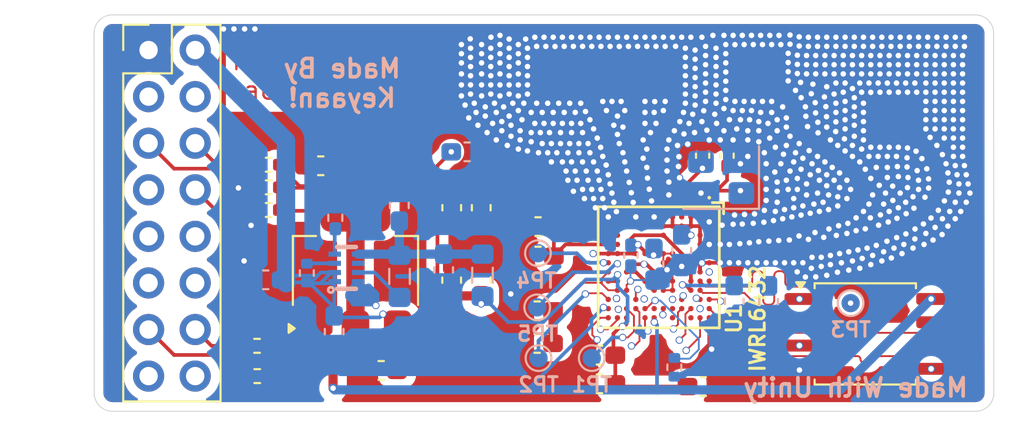
<source format=kicad_pcb>
(kicad_pcb (version 20241229) (generator "pcbnew") (generator_version "9.0")
  (layers (0 "F.Cu" signal) (4 "In1.Cu" signal) (6 "In2.Cu" signal) (8 "In3.Cu" signal) (10 "In4.Cu" signal) (2 "B.Cu" signal) (13 "F.Paste" user) (15 "B.Paste" user) (5 "F.SilkS" user "F.Silkscreen") (7 "B.SilkS" user "B.Silkscreen") (1 "F.Mask" user) (3 "B.Mask" user) (25 "Edge.Cuts" user))
  (net 0 "")
  (net 1 "Net-(C5-Pad2)")
  (net 2 "UART_RX")
  (net 4 "Net-(U1-HOST_CLK_REQ)")
  (net 5 "GND")
  (net 6 "1v8")
  (net 7 "/QSPI_2")
  (net 8 "1v2")
  (net 10 "/CLKP")
  (net 11 "Net-(U1-TX2)")
  (net 12 "UART_TX")
  (net 13 "/QSPI_3")
  (net 14 "SPI0_CS0_N")
  (net 15 "GPIO_5")
  (net 16 "Net-(U1-VOUT_14SYNTH)")
  (net 17 "Net-(U1-OSC_CLK_OUT)")
  (net 19 "Net-(U1-GPADC2)")
  (net 20 "UART_RTS")
  (net 21 "GPIO_2")
  (net 22 "/CLKM")
  (net 23 "/QSPI_0")
  (net 24 "/QSPI_CS")
  (net 25 "VDD_SRAM")
  (net 26 "SPI0_CLK")
  (net 27 "Net-(U1-RX3)")
  (net 28 "3v3")
  (net 29 "Net-(U1-RX2)")
  (net 30 "SPI0_MISO")
  (net 31 "RS232_RX")
  (net 32 "Net-(U1-NERROR_OUT)")
  (net 33 "Net-(C7-Pad1)")
  (net 34 "Net-(U1-GPADC1)")
  (net 35 "Net-(U1-VOUT_14APLL)")
  (net 36 "/QSPI_CLK")
  (net 38 "Net-(U1-PMIC_CLKOUT)")
  (net 39 "RS232_TX")
  (net 40 "NRST_MAIN")
  (net 41 "Net-(U1-RX1)")
  (net 42 "Net-(U1-VBGAP)")
  (net 43 "SPI0_MOSI")
  (net 44 "/QSPI_1")
  (net 45 "VIN")
  (net 47 "Net-(U4-FB)")
  (net 49 "Net-(U4-MODE{slash}SYNC)")
  (net 50 "Net-(U4-COMP{slash}FSET)")
  (net 51 "Net-(U4-SW)")
  (net 52 "Net-(U1-TX1)")
  (footprint "Capacitor_SMD:C_0603_1608Metric_Pad1.08x0.95mm_HandSolder" (layer "F.Cu") (at 136.720655 101.7885 90)
    (property "Reference" "C5" (hide yes))
    (property "Value" "10u")
  )
  (footprint "Capacitor_SMD:C_0402_1005Metric_Pad0.74x0.62mm_HandSolder" (layer "F.Cu") (at 151.717655 98.951 -90)
    (property "Reference" "C2" (hide yes))
    (property "Value" "15p")
  )
  (footprint "Capacitor_SMD:C_0603_1608Metric_Pad1.08x0.95mm_HandSolder" (layer "F.Cu") (at 150.425155 111.541)
    (property "Reference" "C25" (hide yes))
    (property "Value" "10u")
  )
  (footprint "Capacitor_SMD:C_0603_1608Metric_Pad1.08x0.95mm_HandSolder" (layer "F.Cu") (at 141.422655 102.82 180)
    (property "Reference" "C7" (hide yes))
    (property "Value" "10u")
  )
  (footprint "Package_TO_SOT_SMD:SOT-223-3_TabPin2" (layer "F.Cu") (at 131.477655 105.241 90)
    (property "Reference" "U3" (hide yes))
    (property "Value" "AMS1117-3.3")
  )
  (footprint "Capacitor_SMD:C_0603_1608Metric_Pad1.08x0.95mm_HandSolder" (layer "F.Cu") (at 138.327655 101.7885 90)
    (property "Reference" "C6" (hide yes))
    (property "Value" "2u2")
  )
  (footprint "antennas:TX_60GHz_microstrip_inset_patch" (layer "F.Cu") (at 153.166702 94.583308)
    (property "Reference" "AE1" (hide yes))
    (property "Value" "Antenna")
  )
  (footprint "Resistor_SMD:R_0402_1005Metric" (layer "F.Cu") (at 126.747655 100.67725)
    (property "Reference" "R2" (hide yes))
    (property "Value" "100k")
  )
  (footprint "Resistor_SMD:R_0402_1005Metric" (layer "F.Cu") (at 126.747655 99.4435 180)
    (property "Reference" "R3" (hide yes))
    (property "Value" "100k")
  )
  (footprint "Capacitor_SMD:C_0603_1608Metric_Pad1.08x0.95mm_HandSolder" (layer "F.Cu") (at 136.717655 105.7385 90)
    (property "Reference" "C13" (hide yes))
    (property "Value" "10u")
  )
  (footprint "Resistor_SMD:R_0402_1005Metric" (layer "F.Cu") (at 126.127655 110.971)
    (property "Reference" "R5" (hide yes))
    (property "Value" "10k")
  )
  (footprint "Capacitor_SMD:C_0603_1608Metric_Pad1.08x0.95mm_HandSolder" (layer "F.Cu") (at 141.375155 107.411)
    (property "Reference" "C11" (hide yes))
    (property "Value" "10u")
  )
  (footprint "easyeda2kicad:BGA-102_L6.5-W6.5-P0.50-TL_TI_IWRL6432BDQGAMFR" (layer "F.Cu") (at 147.997655 105.041 -90)
    (property "Reference" "U1" (hide yes))
    (property "Value" "IWRL6432BDBAAMFR")
  )
  (footprint "antennas:RX_60GHz_microstrip_inset_patch" (layer "F.Cu") (at 145.113904 94.573308)
    (property "Reference" "AE2" (hide yes))
    (property "Value" "Antenna")
  )
  (footprint "Capacitor_SMD:C_0603_1608Metric_Pad1.08x0.95mm_HandSolder" (layer "F.Cu") (at 141.375155 109.191)
    (property "Reference" "C12" (hide yes))
    (property "Value" "2u2")
  )
  (footprint "Capacitor_SMD:C_0603_1608Metric_Pad1.08x0.95mm_HandSolder" (layer "F.Cu") (at 141.422655 104.427 180)
    (property "Reference" "C8" (hide yes))
    (property "Value" "2u2")
  )
  (footprint "Resistor_SMD:R_0402_1005Metric" (layer "F.Cu") (at 126.747655 101.911)
    (property "Reference" "R6" (hide yes))
    (property "Value" "10k")
  )
  (footprint "Capacitor_SMD:C_0603_1608Metric_Pad1.08x0.95mm_HandSolder" (layer "F.Cu") (at 129.587655 99.501 180)
    (property "Reference" "C19" (hide yes))
    (property "Value" "10u")
  )
  (footprint "Capacitor_SMD:C_0603_1608Metric_Pad1.08x0.95mm_HandSolder" (layer "F.Cu") (at 144.767655 111.391 180)
    (property "Reference" "C9" (hide yes))
    (property "Value" "10u")
  )
  (footprint "Capacitor_SMD:C_0603_1608Metric_Pad1.08x0.95mm_HandSolder" (layer "F.Cu") (at 144.767655 109.831 180)
    (property "Reference" "C10" (hide yes))
    (property "Value" "2u2")
  )
  (footprint "Capacitor_SMD:C_0402_1005Metric_Pad0.74x0.62mm_HandSolder" (layer "F.Cu") (at 150.387655 98.951 -90)
    (property "Reference" "C1" (hide yes))
    (property "Value" "15p")
  )
  (footprint "Capacitor_SMD:C_0603_1608Metric_Pad1.08x0.95mm_HandSolder" (layer "F.Cu") (at 138.324655 105.7335 90)
    (property "Reference" "C14" (hide yes))
    (property "Value" "2u2")
  )
  (footprint "Resistor_SMD:R_0402_1005Metric" (layer "F.Cu") (at 126.117655 109.321)
    (property "Reference" "R4" (hide yes))
    (property "Value" "10k")
  )
  (footprint "Package_SO:SOIC-8_5.3x5.3mm_P1.27mm" (layer "F.Cu") (at 159.247655 108.671)
    (property "Reference" "U2" (hide yes))
    (property "Value" "W25Q128JVS")
  )
  (footprint "Connector_PinHeader_2.54mm:PinHeader_2x08_P2.54mm_Vertical" (layer "F.Cu") (at 120.207655 93.191)
    (property "Reference" "J1" (hide yes))
    (property "Value" "Conn_02x08_Top_Bottom")
  )
  (footprint "Capacitor_SMD:C_0603_1608Metric_Pad1.08x0.95mm_HandSolder" (layer "F.Cu") (at 132.877655 110.661 180)
    (property "Reference" "C18" (hide yes))
    (property "Value" "10u")
  )
  (footprint "Capacitor_SMD:C_0603_1608Metric_Pad1.08x0.95mm_HandSolder" (layer "B.Cu") (at 152.107655 106.891 -90)
    (property "Reference" "C3" (hide yes))
    (property "Value" "10u")
  )
  (footprint "Capacitor_SMD:C_0402_1005Metric_Pad0.74x0.62mm_HandSolder" (layer "B.Cu") (at 146.477655 104.401 90)
    (property "Reference" "C15" (hide yes))
    (property "Value" "47n")
  )
  (footprint "Capacitor_SMD:C_0603_1608Metric_Pad1.08x0.95mm_HandSolder" (layer "B.Cu") (at 136.280155 105.181 -90)
    (property "Reference" "C22" (hide yes))
    (property "Value" "10u")
  )
  (footprint "TestPoint:TestPoint_Pad_D1.0mm" (layer "B.Cu") (at 144.347655 109.991)
    (property "Reference" "TP1")
    (property "Value" "TestPoint")
  )
  (footprint "TestPoint:TestPoint_Pad_D1.0mm" (layer "B.Cu") (at 158.447655 106.991)
    (property "Reference" "TP3")
    (property "Value" "TestPoint")
  )
  (footprint "Resistor_SMD:R_0402_1005Metric_Pad0.72x0.64mm_HandSolder" (layer "B.Cu") (at 130.380155 102.341 90)
    (property "Reference" "R8" (hide yes))
    (property "Value" "18k")
  )
  (footprint "Inductor_SMD:L_0805_2012Metric_Pad1.05x1.20mm_HandSolder" (layer "B.Cu") (at 133.877655 105.531 90)
    (property "Reference" "L1" (hide yes))
    (property "Value" "470n")
  )
  (footprint "Crystal:Crystal_SMD_3225-4Pin_3.2x2.5mm" (layer "B.Cu") (at 151.397655 100.141 180)
    (property "Reference" "Y1" (hide yes))
    (property "Value" "40.000")
  )
  (footprint "TestPoint:TestPoint_Pad_D1.0mm" (layer "B.Cu") (at 141.377655 107.221)
    (property "Reference" "TP5")
    (property "Value" "TestPoint")
  )
  (footprint "TestPoint:TestPoint_Pad_D1.0mm" (layer "B.Cu") (at 141.417655 104.271)
    (property "Reference" "TP4")
    (property "Value" "TestPoint")
  )
  (footprint "Capacitor_SMD:C_0603_1608Metric_Pad1.08x0.95mm_HandSolder" (layer "B.Cu") (at 137.557655 98.741)
    (property "Reference" "C23" (hide yes))
    (property "Value" "10u")
  )
  (footprint "Inductor_SMD:L_0805_2012Metric_Pad1.05x1.20mm_HandSolder" (layer "B.Cu") (at 138.397655 105.471 -90)
    (property "Reference" "L2" (hide yes))
    (property "Value" "100n")
  )
  (footprint "Capacitor_SMD:C_0603_1608Metric_Pad1.08x0.95mm_HandSolder" (layer "B.Cu") (at 147.737655 104.871 90)
    (property "Reference" "C16" (hide yes))
    (property "Value" "1u")
  )
  (footprint "Capacitor_SMD:C_0603_1608Metric_Pad1.08x0.95mm_HandSolder" (layer "B.Cu") (at 149.247655 104.1285 90)
    (property "Reference" "C17" (hide yes))
    (property "Value" "1u")
  )
  (footprint "Capacitor_SMD:C_0603_1608Metric_Pad1.08x0.95mm_HandSolder" (layer "B.Cu") (at 133.867655 101.661 90)
    (property "Reference" "C24" (hide yes))
    (property "Value" "10u")
  )
  (footprint "Resistor_SMD:R_0402_1005Metric" (layer "B.Cu") (at 128.827655 105.351 90)
    (property "Reference" "R7" (hide yes))
    (property "Value" "100k")
  )
  (footprint "Capacitor_SMD:C_0603_1608Metric_Pad1.08x0.95mm_HandSolder" (layer "B.Cu") (at 126.59 105.72 180)
    (property "Reference" "C20" (hide yes))
    (property "Value" "10u")
  )
  (footprint "Capacitor_SMD:C_0603_1608Metric_Pad1.08x0.95mm_HandSolder" (layer "B.Cu") (at 130.317655 108.546 -90)
    (property "Reference" "C21" (hide yes))
    (property "Value" "2u2")
  )
  (footprint "TestPoint:TestPoint_Pad_D1.0mm" (layer "B.Cu") (at 141.447655 109.991)
    (property "Reference" "TP2")
    (property "Value" "TestPoint")
  )
  (footprint "Capacitor_SMD:C_0603_1608Metric_Pad1.08x0.95mm_HandSolder" (layer "B.Cu") (at 153.977655 106.911 -90)
    (property "Reference" "C4" (hide yes))
    (property "Value" "2u2")
  )
  (footprint "Resistor_SMD:R_0402_1005Metric" (layer "B.Cu") (at 148.847655 110.491 90)
    (property "Reference" "R1" (hide yes))
    (property "Value" "10k")
  )
  (footprint "easyeda2kicad:SOT-583-8_L2.1-W1.2-P0.50-LS1.6-BR" (layer "B.Cu") (at 130.987655 105.071 180)
    (property "Reference" "U4" (hide yes))
    (property "Value" "TPS628502QDRLRQ1")
  )
  (gr_line (start 147.227655 94.981) (end 147.717655 95.201) (stroke (width 0.2)) (layer "F.Cu") (net 27))
  (gr_line (start 144.747655 94.811) (end 145.113904 95.171) (stroke (width 0.2)) (layer "F.Cu") (net 29))
  (gr_line (start 142.177655 94.871) (end 142.627655 95.141) (stroke (width 0.2)) (layer "F.Cu") (net 41))
  (gr_line (start 142.627655 95.141) (end 142.177655 94.871) (stroke (width 0.2)) (layer "F.Cu") (net 41))
  (gr_line (start 152.777655 94.971) (end 153.257655 95.191) (stroke (width 0.2)) (layer "F.Cu") (net 52))
  (gr_line (start 160.287655 97.421) (end 160.777655 97.641) (stroke (width 0.2)) (layer "F.Cu") (net 11))
  (gr_curve (pts (xy 153.867655 94.971) (xy 156.957655 96.521) (xy 154.547655 97.081) (xy 155.967655 97.911)) (stroke (width 0.1565)) (layers "F.Cu" "F.Mask") (net 52))
  (gr_curve (pts (xy 150.757655 104.321) (xy 164.667655 104.201) (xy 163.267655 100.231) (xy 163.267655 100.231)) (stroke (width 0.1565)) (layers "F.Cu" "F.Mask") (net 11))
  (gr_curve (pts (xy 161.347655 97.481) (xy 162.737655 98.251) (xy 163.147655 99.191) (xy 163.267655 100.231)) (stroke (width 0.1565)) (layers "F.Cu" "F.Mask") (net 11))
  (gr_curve (pts (xy 148.297655 94.971) (xy 150.027655 95.811) (xy 148.007655 97.171) (xy 147.887655 98.561)) (stroke (width 0.1565)) (layers "F.Cu" "F.Mask") (net 27))
  (gr_curve (pts (xy 145.817655 94.981) (xy 147.417655 95.781) (xy 146.357655 97.391) (xy 146.587655 98.791)) (stroke (width 0.1565)) (layers "F.Cu" "F.Mask") (net 29))
  (gr_curve (pts (xy 143.327655 94.981) (xy 145.357655 96.031) (xy 146.237655 102.301) (xy 146.237655 102.301)) (stroke (width 0.1565)) (layers "F.Cu" "F.Mask") (net 41))
  (gr_curve (pts (xy 146.587655 98.791) (xy 146.817655 100.191) (xy 147.217655 102.291) (xy 147.237655 102.291)) (stroke (width 0.1565)) (layers "F.Cu" "F.Mask") (net 29))
  (gr_curve (pts (xy 147.887655 98.561) (xy 147.767655 99.951) (xy 148.247655 102.321) (xy 148.247655 102.311)) (stroke (width 0.1565)) (layers "F.Cu" "F.Mask") (net 27))
  (gr_curve (pts (xy 150.747655 103.281) (xy 165.907655 102.651) (xy 155.967655 97.911) (xy 155.967655 97.911)) (stroke (width 0.1565)) (layers "F.Cu" "F.Mask") (net 52))
  (gr_arc (start 117.237724 92.271003) (mid 117.530614 91.563883) (end 118.237724 91.271003) (stroke (width 0.05)) (layer "Edge.Cuts"))
  (gr_line (start 165.237655 91.271) (end 118.237655 91.271) (stroke (width 0.05)) (layer "Edge.Cuts"))
  (gr_line (start 118.247655 112.891) (end 165.247655 112.891) (stroke (width 0.05)) (layer "Edge.Cuts"))
  (gr_arc (start 118.247655 112.891) (mid 117.540548 112.598107) (end 117.247655 111.891) (stroke (width 0.05)) (layer "Edge.Cuts"))
  (gr_arc (start 165.237724 91.271003) (mid 165.94485 91.563885) (end 166.237724 92.271003) (stroke (width 0.05)) (layer "Edge.Cuts"))
  (gr_arc (start 166.247655 111.891) (mid 165.954762 112.598107) (end 165.247655 112.891) (stroke (width 0.05)) (layer "Edge.Cuts"))
  (gr_line (start 166.237724 92.271003) (end 166.247655 111.891) (stroke (width 0.05)) (layer "Edge.Cuts"))
  (gr_line (start 117.247655 111.891) (end 117.237724 92.271003) (stroke (width 0.05)) (layer "Edge.Cuts"))
  (gr_text "mmWave\nradar @ 60GHz" (at 124.67 95.97 0) (layer "F.Cu") (effects (font (size 1 1) (thickness 0.125)) (justify left bottom)))
  (gr_text "U1\nIWRL6432" (at 153.85 107.84 90) (layer "F.SilkS") (effects (font (size 0.8 0.8) (thickness 0.16) (bold yes)) (justify bottom)))
  (gr_text "Made With Unity" (at 164.947655 112.191 0) (layer "B.SilkS") (effects (font (size 1 1) (thickness 0.2) (bold yes)) (justify left bottom mirror)))
  (gr_text "Made By\nKeyaan!" (at 130.747655 96.391 0) (layer "B.SilkS") (effects (font (size 1 1) (thickness 0.2) (bold yes)) (justify bottom mirror)))
  (segment (start 141.696789 100.926) (end 136.720655 100.926) (width 0.2) (layer "F.Cu") (net 1))
  (segment (start 145.747655 103.291) (end 145.247655 103.291) (width 0.2) (layer "F.Cu") (net 1))
  (segment (start 145.247655 103.291) (end 144.061789 103.291) (width 0.2) (layer "F.Cu") (net 1))
  (segment (start 144.061789 103.291) (end 141.696789 100.926) (width 0.2) (layer "F.Cu") (net 1))
  (segment (start 146.948655 109.05546) (end 146.948655 108.405966) (width 0.1) (layer "F.Cu") (net 2))
  (segment (start 146.946655 108.403966) (end 146.946655 107.49) (width 0.1) (layer "F.Cu") (net 2))
  (segment (start 146.68167 109.322445) (end 146.948655 109.05546) (width 0.1) (layer "F.Cu") (net 2))
  (segment (start 146.946655 107.49) (end 146.747655 107.291) (width 0.1) (layer "F.Cu") (net 2))
  (segment (start 146.948655 108.405966) (end 146.946655 108.403966) (width 0.1) (layer "F.Cu") (net 2))
  (segment (start 146.511896 109.322445) (end 146.68167 109.322445) (width 0.1) (layer "F.Cu") (net 2))
  (via (at 146.511896 109.322445) (size 0.4) (drill 0.3) (layers "F.Cu" "B.Cu") (net 2))
  (segment (start 144.910683 106.454028) (end 145.247655 106.791) (width 0.1) (layer "F.Cu") (net 4))
  (segment (start 144.035627 106.454028) (end 144.910683 106.454028) (width 0.1) (layer "F.Cu") (net 4))
  (segment (start 143.997655 106.492) (end 144.035627 106.454028) (width 0.1) (layer "F.Cu") (net 4))
  (via (at 143.997655 106.492) (size 0.4) (drill 0.3) (layers "F.Cu" "B.Cu") (net 4))
  (segment (start 141.447655 109.042) (end 143.997655 106.492) (width 0.2) (layer "B.Cu") (net 4))
  (segment (start 141.447655 109.991) (end 141.447655 109.042) (width 0.2) (layer "B.Cu") (net 4))
  (segment (start 148.247655 105.791) (end 148.747655 105.791) (width 0.1) (layer "F.Cu") (net 5))
  (segment (start 145.247655 102.291) (end 145.247655 102.791) (width 0.2) (layer "F.Cu") (net 5))
  (segment (start 145.747655 102.291) (end 145.747655 102.791) (width 0.2) (layer "F.Cu") (net 5))
  (segment (start 145.691955 102.001878) (end 145.691955 102.2353) (width 0.2) (layer "F.Cu") (net 5))
  (segment (start 150.747655 109.371) (end 150.877655 109.501) (width 0.2) (layer "F.Cu") (net 5))
  (segment (start 150.355213 104.79) (end 150.747655 104.79) (width 0.2) (layer "F.Cu") (net 5))
  (segment (start 150.247655 105.291) (end 150.247655 104.791) (width 0.2) (layer "F.Cu") (net 5))
  (segment (start 140.260548 109.191) (end 140.512655 109.191) (width 0.2) (layer "F.Cu") (net 5))
  (segment (start 151.287655 109.911) (end 150.877655 109.501) (width 0.2) (layer "F.Cu") (net 5))
  (segment (start 150.34497 104.800243) (end 150.355213 104.79) (width 0.2) (layer "F.Cu") (net 5))
  (segment (start 148.247655 106.291) (end 148.747655 106.291) (width 0.1) (layer "F.Cu") (net 5))
  (segment (start 148.247655 104.291) (end 148.747655 104.291) (width 0.1) (layer "F.Cu") (net 5))
  (segment (start 151.397733 102.791) (end 151.447655 102.741078) (width 0.2) (layer "F.Cu") (net 5))
  (segment (start 146.247655 106.291) (end 146.247655 106.001) (width 0.1) (layer "F.Cu") (net 5))
  (segment (start 151.347655 103.791) (end 151.847655 103.791) (width 0.2) (layer "F.Cu") (net 5))
  (segment (start 150.747655 103.791) (end 151.347655 103.791) (width 0.2) (layer "F.Cu") (net 5))
  (segment (start 150.747655 107.791) (end 150.747655 109.371) (width 0.2) (layer "F.Cu") (net 5))
  (segment (start 147.747655 102.291) (end 147.747655 102.791) (width 0.2) (layer "F.Cu") (net 5))
  (segment (start 150.747655 104.791) (end 152.347655 104.791) (width 0.2) (layer "F.Cu") (net 5))
  (segment (start 148.247655 105.291) (end 148.747655 105.291) (width 0.1) (layer "F.Cu") (net 5))
  (segment (start 148.247655 104.791) (end 148.747655 104.791) (width 0.1) (layer "F.Cu") (net 5))
  (segment (start 140.512655 107.411) (end 140.512655 107.066) (width 0.2) (layer "F.Cu") (net 5))
  (segment (start 148.747655 101.291) (end 148.747655 102.291) (width 0.2) (layer "F.Cu") (net 5))
  (segment (start 140.512655 109.191) (end 140.512655 107.411) (width 0.5) (layer "F.Cu") (net 5))
  (segment (start 148.547655 100.391) (end 148.547655 101.091) (width 0.2) (layer "F.Cu") (net 5))
  (segment (start 144.376655 108.727229) (end 144.640487 108.991061) (width 0.1) (layer "F.Cu") (net 5))
  (segment (start 145.247655 102.791) (end 151.397733 102.791) (width 0.2) (layer "F.Cu") (net 5))
  (segment (start 146.747655 102.291) (end 146.747655 102.791) (width 0.2) (layer "F.Cu") (net 5))
  (segment (start 151.287655 111.541) (end 151.287655 109.911) (width 0.2) (layer "F.Cu") (net 5))
  (segment (start 146.247655 106.001) (end 146.457655 105.791) (width 0.1) (layer "F.Cu") (net 5))
  (segment (start 140.512655 107.066) (end 139.937655 106.491) (width 0.5) (layer "F.Cu") (net 5))
  (segment (start 144.376655 108.234189) (end 144.376655 108.727229) (width 0.1) (layer "F.Cu") (net 5))
  (segment (start 145.691955 102.2353) (end 145.747655 102.291) (width 0.2) (layer "F.Cu") (net 5))
  (segment (start 150.747655 102.291) (end 150.747655 102.791) (width 0.2) (layer "F.Cu") (net 5))
  (segment (start 144.819844 107.791) (end 144.376655 108.234189) (width 0.1) (layer "F.Cu") (net 5))
  (segment (start 148.547655 101.091) (end 148.747655 101.291) (width 0.2) (layer "F.Cu") (net 5))
  (segment (start 149.747655 102.291) (end 149.747655 102.791) (width 0.2) (layer "F.Cu") (net 5))
  (segment (start 150.247655 103.791) (end 150.747655 103.791) (width 0.2) (layer "F.Cu") (net 5))
  (segment (start 147.247655 108.357) (end 147.401655 108.511) (width 0.1) (layer "F.Cu") (net 5))
  (segment (start 148.747655 102.291) (end 148.747655 102.791) (width 0.2) (layer "F.Cu") (net 5))
  (segment (start 147.247655 107.791) (end 147.247655 108.357) (width 0.1) (layer "F.Cu") (net 5))
  (segment (start 148.747655 104.291) (end 148.747655 106.291) (width 0.1) (layer "F.Cu") (net 5))
  (segment (start 150.247655 102.791) (end 150.247655 105.291) (width 0.2) (layer "F.Cu") (net 5))
  (segment (start 145.247655 107.791) (end 144.819844 107.791) (width 0.1) (layer "F.Cu") (net 5))
  (segment (start 148.247655 106.291) (end 148.247655 104.291) (width 0.1) (layer "F.Cu") (net 5))
  (via (at 158.047655 93.491) (size 0.4) (drill 0.3) (layers "F.Cu" "B.Cu") (net 5))
  (via (at 154.747655 102.391) (size 0.4) (drill 0.3) (layers "F.Cu" "B.Cu") (net 5))
  (via (at 155.147655 99.791) (size 0.4) (drill 0.3) (layers "F.Cu" "B.Cu") (net 5))
  (via (at 157.147655 99.991) (size 0.4) (drill 0.3) (layers "F.Cu" "B.Cu") (net 5))
  (via (at 151.647655 94.891) (size 0.4) (drill 0.3) (layers "F.Cu" "B.Cu") (net 5))
  (via (at 160.547655 98.491) (size 0.4) (drill 0.3) (layers "F.Cu" "B.Cu") (net 5))
  (via (at 140.747655 92.591) (size 0.4) (drill 0.3) (layers "F.Cu" "B.Cu") (net 5))
  (via (at 161.047655 94.491) (size 0.4) (drill 0.3) (layers "F.Cu" "B.Cu") (net 5))
  (via (at 150.547655 93.991) (size 0.4) (drill 0.3) (layers "F.Cu" "B.Cu") (net 5))
  (via (at 153.347655 104.791) (size 0.4) (drill 0.3) (layers "F.Cu" "B.Cu") (net 5))
  (via (at 144.247655 98.791) (size 0.4) (drill 0.3) (layers "F.Cu" "B.Cu") (net 5))
  (via (at 150.547655 92.991) (size 0.4) (drill 0.3) (layers "F.Cu" "B.Cu") (net 5))
  (via (at 140.047655 96.091) (size 0.4) (drill 0.3) (layers "F.Cu" "B.Cu") (net 5))
  (via (at 144.747655 100.291) (size 0.4) (drill 0.3) (layers "F.Cu" "B.Cu") (net 5))
  (via (at 162.647655 92.991) (size 0.4) (drill 0.3) (layers "F.Cu" "B.Cu") (net 5))
  (via (at 153.847655 99.391) (size 0.4) (drill 0.3) (layers "F.Cu" "B.Cu") (net 5))
  (via (at 155.647655 98.291) (size 0.4) (drill 0.3) (layers "F.Cu" "B.Cu") (net 5))
  (via (at 151.847655 104.791) (size 0.4) (drill 0.3) (layers "F.Cu" "B.Cu") (net 5))
  (via (at 155.347655 101.791) (size 0.4) (drill 0.3) (layers "F.Cu" "B.Cu") (net 5))
  (via (at 138.847655 93.091) (size 0.4) (drill 0.3) (layers "F.Cu" "B.Cu") (net 5))
  (via (at 159.247655 102.941) (size 0.4) (drill 0.3) (layers "F.Cu" "B.Cu") (net 5))
  (via (at 157.547655 94.491) (size 0.4) (drill 0.3) (layers "F.Cu" "B.Cu") (net 5))
  (via (at 125.997655 92.04) (size 0.4) (drill 0.3) (layers "F.Cu" "B.Cu") (net 5))
  (via (at 161.047655 93.991) (size 0.4) (drill 0.3) (layers "F.Cu" "B.Cu") (net 5))
  (via (at 159.347655 103.991) (size 0.4) (drill 0.3) (layers "F.Cu" "B.Cu") (net 5))
  (via (at 157.547655 100.291) (size 0.4) (drill 0.3) (layers "F.Cu" "B.Cu") (net 5))
  (via (at 150.947655 92.391) (size 0.4) (drill 0.3) (layers "F.Cu" "B.Cu") (net 5))
  (via (at 162.547655 94.991) (size 0.4) (drill 0.3) (layers "F.Cu" "B.Cu") (net 5))
  (via (at 161.847655 101.191) (size 0.4) (drill 0.3) (layers "F.Cu" "B.Cu") (net 5))
  (via (at 139.847655 92.591) (size 0.4) (drill 0.3) (layers "F.Cu" "B.Cu") (net 5))
  (via (at 149.447655 94.591) (size 0.4) (drill 0.3) (layers "F.Cu" "B.Cu") (net 5))
  (via (at 164.547655 97.491) (size 0.4) (drill 0.3) (layers "F.Cu" "B.Cu") (net 5))
  (via (at 138.947655 97.191) (size 0.4) (drill 0.3) (layers "F.Cu" "B.Cu") (net 5))
  (via (at 146.347655 92.991) (size 0.4) (drill 0.3) (layers "F.Cu" "B.Cu") (net 5))
  (via (at 162.547655 97.491) (size 0.4) (drill 0.3) (layers "F.Cu" "B.Cu") (net 5))
  (via (at 143.347655 100.891) (size 0.4) (drill 0.3) (layers "F.Cu" "B.Cu") (net 5))
  (via (at 140.847655 95.091) (size 0.4) (drill 0.3) (layers "F.Cu" "B.Cu") (net 5))
  (via (at 149.447655 95.591) (size 0.4) (drill 0.3) (layers "F.Cu" "B.Cu") (net 5))
  (via (at 153.216243 102.129347) (size 0.4) (drill 0.3) (layers "F.Cu" "B.Cu") (net 5))
  (via (at 142.247655 97.191) (size 0.4) (drill 0.3) (layers "F.Cu" "B.Cu") (net 5))
  (via (at 141.047655 98.191) (size 0.4) (drill 0.3) (layers "F.Cu" "B.Cu") (net 5))
  (via (at 157.747655 101.691) (size 0.4) (drill 0.3) (layers "F.Cu" "B.Cu") (net 5))
  (via (at 140.847655 94.091) (size 0.4) (drill 0.3) (layers "F.Cu" "B.Cu") (net 5))
  (via (at 148.447655 99.791) (size 0.4) (drill 0.3) (layers "F.Cu" "B.Cu") (net 5))
  (via (at 150.34497 104.800243) (size 0.4) (drill 0.3) (layers "F.Cu" "B.Cu") (net 5))
  (via (at 144.447655 101.291) (size 0.4) (drill 0.3) (layers "F.Cu" "B.Cu") (net 5))
  (via (at 156.047655 101.091) (size 0.4) (drill 0.3) (layers "F.Cu" "B.Cu") (net 5))
  (via (at 163.547655 93.491) (size 0.4) (drill 0.3) (layers "F.Cu" "B.Cu") (net 5))
  (via (at 152.347655 104.791) (size 0.4) (drill 0.3) (layers "F.Cu" "B.Cu") (net 5))
  (via (at 154.532986 103.576803) (size 0.4) (drill 0.3) (layers "F.Cu" "B.Cu") (net 5))
  (via (at 155.047655 100.791) (size 0.4) (drill 0.3) (layers "F.Cu" "B.Cu") (net 5))
  (via (at 157.147655 100.591) (size 0.4) (drill 0.3) (layers "F.Cu" "B.Cu") (net 5))
  (via (at 162.697655 100.716) (size 0.4) (drill 0.3) (layers "F.Cu" "B.Cu") (net 5))
  (via (at 148.747655 92.491) (size 0.4) (drill 0.3) (layers "F.Cu" "B.Cu") (net 5))
  (via (at 156.394093 95.051357) (size 0.4) (drill 0.3) (layers "F.Cu" "B.Cu") (net 5))
  (via (at 147.603973 101.417126) (size 0.4) (drill 0.3) (layers "F.Cu" "B.Cu") (net 5))
  (via (at 147.747655 96.591) (size 0.4) (drill 0.3) (layers "F.Cu" "B.Cu") (net 5))
  (via (at 157.646094 97.107901) (size 0.4) (drill 0.3) (layers "F.Cu" "B.Cu") (net 5))
  (via (at 162.826013 102.348816) (size 0.4) (drill 0.3) (layers "F.Cu" "B.Cu") (net 5))
  (via (at 155.347655 101.291) (size 0.4) (drill 0.3) (layers "F.Cu" "B.Cu") (net 5))
  (via (at 154.147655 95.991) (size 0.4) (drill 0.3) (layers "F.Cu" "B.Cu") (net 5))
  (via (at 155.047655 93.871) (size 0.4) (drill 0.3) (layers "F.Cu" "B.Cu") (net 5))
  (via (at 149.447655 96.091) (size 0.4) (drill 0.3) (layers "F.Cu" "B.Cu") (net 5))
  (via (at 160.426023 103.616095) (size 0.4) (drill 0.3) (layers "F.Cu" "B.Cu") (net 5))
  (via (at 143.447655 99.791) (size 0.4) (drill 0.3) (layers "F.Cu" "B.Cu") (net 5))
  (via (at 159.547655 98.491) (size 0.4) (drill 0.3) (layers "F.Cu" "B.Cu") (net 5))
  (via (at 148.847655 97.591) (size 0.4) (drill 0.3) (layers "F.Cu" "B.Cu") (net 5))
  (via (at 164.547655 93.991) (size 0.4) (drill 0.3) (layers "F.Cu" "B.Cu") (net 5))
  (via (at 153.445702 103.64295) (size 0.4) (drill 0.3) (layers "F.Cu" "B.Cu") (net 5))
  (via (at 152.247655 97.491) (size 0.4) (drill 0.3) (layers "F.Cu" "B.Cu") (net 5))
  (via (at 151.647655 95.391) (size 0.4) (drill 0.3) (layers "F.Cu" "B.Cu") (net 5))
  (via (at 159.047655 93.991) (size 0.4) (drill 0.3) (layers "F.Cu" "B.Cu") (net 5))
  (via (at 155.147655 92.371) (size 0.4) (drill 0.3) (layers "F.Cu" "B.Cu") (net 5))
  (via (at 158.547655 93.991) (size 0.4) (drill 0.3) (layers "F.Cu" "B.Cu") (net 5))
  (via (at 156.647655 100.991) (size 0.4) (drill 0.3) (layers "F.Cu" "B.Cu") (net 5))
  (via (at 139.447655 97.591) (size 0.4) (drill 0.3) (layers "F.Cu" "B.Cu") (net 5))
  (via (at 156.507655 103.141) (size 0.4) (drill 0.3) (layers "F.Cu" "B.Cu") (net 5))
  (via (at 139.847655 93.591) (size 0.4) (drill 0.3) (layers "F.Cu" "B.Cu") (net 5))
  (via (at 141.747655 92.491) (size 0.4) (drill 0.3) (layers "F.Cu" "B.Cu") (net 5))
  (via (at 161.447655 94.991) (size 0.4) (drill 0.3) (layers "F.Cu" "B.Cu") (net 5))
  (via (at 156.149443 103.514791) (size 0.4) (drill 0.3) (layers "F.Cu" "B.Cu") (net 5))
  (via (at 142.847655 92.991) (size 0.4) (drill 0.3) (layers "F.Cu" "B.Cu") (net 5))
  (via (at 157.147655 92.991) (size 0.4) (drill 0.3) (layers "F.Cu" "B.Cu") (net 5))
  (via (at 161.547655 100.691) (size 0.4) (drill 0.3) (layers "F.Cu" "B.Cu") (net 5))
  (via (at 139.547655 96.291) (size 0.4) (drill 0.3) (layers "F.Cu" "B.Cu") (net 5))
  (via (at 142.647655 98.291) (size 0.4) (drill 0.3) (layers "F.Cu" "B.Cu") (net 5))
  (via (at 141.547655 97.691) (size 0.4) (drill 0.3) (layers "F.Cu" "B.Cu") (net 5))
  (via (at 147.247655 92.491) (size 0.4) (drill 0.3) (layers "F.Cu" "B.Cu") (net 5))
  (via (at 156.103265 97.364559) (size 0.4) (drill 0.3) (layers "F.Cu" "B.Cu") (net 5))
  (via (at 155.847655 99.091) (size 0.4) (drill 0.3) (layers "F.Cu" "B.Cu") (net 5))
  (via (at 155.047655 94.371) (size 0.4) (drill 0.3) (layers "F.Cu" "B.Cu") (net 5))
  (via (at 162.331739 99.111206) (size 0.4) (drill 0.3) (layers "F.Cu" "B.Cu") (net 5))
  (via (at 151.447655 102.741078) (size 0.4) (drill 0.3) (layers "F.Cu" "B.Cu") (net 5))
  (via (at 137.647655 96.891) (size 0.4) (drill 0.3) (layers "F.Cu" "B.Cu") (net 5))
  (via (at 140.447655 97.591) (size 0.4) (drill 0.3) (layers "F.Cu" "B.Cu") (net 5))
  (via (at 159.847655 103.841) (size 0.4) (drill 0.3) (layers "F.Cu" "B.Cu") (net 5))
  (via (at 162.695545 100.216) (size 0.4) (drill 0.3) (layers "F.Cu" "B.Cu") (net 5))
  (via (at 153.847655 101.391) (size 0.4) (drill 0.3) (layers "F.Cu" "B.Cu") (net 5))
  (via (at 141.647655 96.591) (size 0.4) (drill 0.3) (layers "F.Cu" "B.Cu") (net 5))
  (via (at 138.347655 93.891) (size 0.4) (drill 0.3) (layers "F.Cu" "B.Cu") (net 5))
  (via (at 151.117655 94.091) (size 0.4) (drill 0.3) (layers "F.Cu" "B.Cu") (net 5))
  (via (at 153.947655 97.191) (size 0.4) (drill 0.3) (layers "F.Cu" "B.Cu") (net 5))
  (via (at 143.847655 100.791) (size 0.4) (drill 0.3) (layers "F.Cu" "B.Cu") (net 5))
  (via (at 147.247655 97.191) (size 0.4) (drill 0.3) (layers "F.Cu" "B.Cu") (net 5))
  (via (at 164.547655 96.491) (size 0.4) (drill 0.3) (layers "F.Cu" "B.Cu") (net 5))
  (via (at 153.749915 101.934413) (size 0.4) (drill 0.3) (layers "F.Cu" "B.Cu") (net 5))
  (via (at 151.117655 96.091) (size 0.4) (drill 0.3) (layers "F.Cu" "B.Cu") (net 5))
  (via (at 139.347655 94.491) (size 0.4) (drill 0.3) (layers "F.Cu" "B.Cu") (net 5))
  (via (at 153.547655 96.591) (size 0.4) (drill 0.3) (layers "F.Cu" "B.Cu") (net 5))
  (via (at 154.947655 98.391) (size 0.4) (drill 0.3) (layers "F.Cu" "B.Cu") (net 5))
  (via (at 159.047655 94.491) (size 0.4) (drill 0.3) (layers "F.Cu" "B.Cu") (net 5))
  (via (at 147.247655 96.591) (size 0.4) (drill 0.3) (layers "F.Cu" "B.Cu") (net 5))
  (via (at 155.447655 95.391) (size 0.4) (drill 0.3) (layers "F.Cu" "B.Cu") (net 5))
  (via (at 144.547655 101.791) (size 0.4) (drill 0.3) (layers "F.Cu" "B.Cu") (net 5))
  (via (at 141.047655 97.691) (size 0.4) (drill 0.3) (layers "F.Cu" "B.Cu") (net 5))
  (via (at 157.947655 104.791) (size 0.4) (drill 0.3) (layers "F.Cu" "B.Cu") (net 5))
  (via (at 164.047655 95.491) (size 0.4) (drill 0.3) (layers "F.Cu" "B.Cu") (net 5))
  (via (at 138.547655 96.291) (size 0.4) (drill 0.3) (layers "F.Cu" "B.Cu") (net 5))
  (via (at 155.547655 94.471) (size 0.4) (drill 0.3) (layers "F.Cu" "B.Cu") (net 5))
  (via (at 141.347655 92.991) (size 0.4) (drill 0.3) (layers "F.Cu" "B.Cu") (net 5))
  (via (at 161.347655 103.791) (size 0.4) (drill 0.3) (layers "F.Cu" "B.Cu") (net 5))
  (via (at 160.547655 94.491) (size 0.4) (drill 0.3) (layers "F.Cu" "B.Cu") (net 5))
  (via (at 160.668229 104.529582) (size 0.4) (drill 0.3) (layers "F.Cu" "B.Cu") (net 5))
  (via (at 138.347655 92.891) (size 0.4) (drill 0.3) (layers "F.Cu" "B.Cu") (net 5))
  (via (at 154.847655 101.891) (size 0.4) (drill 0.3) (layers "F.Cu" "B.Cu") (net 5))
  (via (at 146.147655 96.491) (size 0.4) (drill 0.3) (layers "F.Cu" "B.Cu") (net 5))
  (via (at 155.047655 94.871) (size 0.4) (drill 0.3) (layers "F.Cu" "B.Cu") (net 5))
  (via (at 156.347655 99.391) (size 0.4) (drill 0.3) (layers "F.Cu" "B.Cu") (net 5))
  (via (at 163.647655 99.391) (size 0.4) (drill 0.3) (layers "F.Cu" "B.Cu") (net 5))
  (via (at 161.522655 99.066) (size 0.4) (drill 0.3) (layers "F.Cu" "B.Cu") (net 5))
  (via (at 138.847655 94.591) (size 0.4) (drill 0.3) (layers "F.Cu" "B.Cu") (net 5))
  (via (at 158.147655 92.491) (size 0.4) (drill 0.3) (layers "F.Cu" "B.Cu") (net 5))
  (via (at 157.047655 93.491) (size 0.4) (drill 0.3) (layers "F.Cu" "B.Cu") (net 5))
  (via (at 156.541085 96.618509) (size 0.4) (drill 0.3) (layers "F.Cu" "B.Cu") (net 5))
  (via (at 161.647655 92.991) (size 0.4) (drill 0.3) (layers "F.Cu" "B.Cu") (net 5))
  (via (at 149.647655 97.191) (size 0.4) (drill 0.3) (layers "F.Cu" "B.Cu") (net 5))
  (via (at 162.047655 93.491) (size 0.4) (drill 0.3) (layers "F.Cu" "B.Cu") (net 5))
  (via (at 154.247655 102.491) (size 0.4) (drill 0.3) (layers "F.Cu" "B.Cu") (net 5))
  (via (at 161.956398 102.949075) (size 0.4) (drill 0.3) (layers "F.Cu" "B.Cu") (net 5))
  (via (at 140.847655 98.691) (size 0.4) (drill 0.3) (layers "F.Cu" "B.Cu") (net 5))
  (via (at 164.047655 94.491) (size 0.4) (drill 0.3) (layers "F.Cu" "B.Cu") (net 5))
  (via (at 152.047655 96.491) (size 0.4) (drill 0.3) (layers "F.Cu" "B.Cu") (net 5))
  (via (at 144.747655 92.491) (size 0.4) (drill 0.3) (layers "F.Cu" "B.Cu") (net 5))
  (via (at 163.547655 96.491) (size 0.4) (drill 0.3) (layers "F.Cu" "B.Cu") (net 5))
  (via (at 155.047655 93.371) (size 0.4) (drill 0.3) (layers "F.Cu" "B.Cu") (net 5))
  (via (at 138.647655 97.691) (size 0.4) (drill 0.3) (layers "F.Cu" "B.Cu") (net 5))
  (via (at 144.640487 108.991061) (size 0.4) (drill 0.3) (layers "F.Cu" "B.Cu") (net 5))
  (via (at 152.669789 102.158108) (size 0.4) (drill 0.3) (layers "F.Cu" "B.Cu") (net 5))
  (via (at 158.147655 96.991) (size 0.4) (drill 0.3) (layers "F.Cu" "B.Cu") (net 5))
  (via (at 158.547655 94.491) (size 0.4) (drill 0.3) (layers "F.Cu" "B.Cu") (net 5))
  (via (at 144.347655 92.991) (size 0.4) (drill 0.3) (layers "F.Cu" "B.Cu") (net 5))
  (via (at 137.247655 93.391) (size 0.4) (drill 0.3) (layers "F.Cu" "B.Cu") (net 5))
  (via (at 139.147655 96.591) (size 0.4) (drill 0.3) (layers "F.Cu" "B.Cu") (net 5))
  (via (at 164.047655 98.491) (size 0.4) (drill 0.3) (layers "F.Cu" "B.Cu") (net 5))
  (via (at 150.547655 94.491) (size 0.4) (drill 0.3) (layers "F.Cu" "B.Cu") (net 5))
  (via (at 161.459237 103.216944) (size 0.4) (drill 0.3) (layers "F.Cu" "B.Cu") (net 5))
  (via (at 143.047655 100.291) (size 0.4) (drill 0.3) (layers "F.Cu" "B.Cu") (net 5))
  (via (at 160.947655 98.991) (size 0.4) (drill 0.3) (layers "F.Cu" "B.Cu") (net 5))
  (via (at 153.647655 95.991) (size 0.4) (drill 0.3) (layers "F.Cu" "B.Cu") (net 5))
  (via (at 160.647655 92.491) (size 0.4) (drill 0.3) (layers "F.Cu" "B.Cu") (net 5))
  (via (at 158.047655 93.991) (size 0.4) (drill 0.3) (layers "F.Cu" "B.Cu") (net 5))
  (via (at 158.647655 92.991) (size 0.4) (drill 0.3) (layers "F.Cu" "B.Cu") (net 5))
  (via (at 164.047655 96.991) (size 0.4) (drill 0.3) (layers "F.Cu" "B.Cu") (net 5))
  (via (at 149.977655 93.691) (size 0.4) (drill 0.3) (layers "F.Cu" "B.Cu") (net 5))
  (via (at 145.347655 92.991) (size 0.4) (drill 0.3) (layers "F.Cu" "B.Cu") (net 5))
  (via (at 125.437655 92.04) (size 0.4) (drill 0.3) (layers "F.Cu" "B.Cu") (net 5))
  (via (at 162.937132 103.551717) (size 0.4) (drill 0.3) (layers "F.Cu" "B.Cu") (net 5))
  (via (at 162.597655 99.666) (size 0.4) (drill 0.3) (layers "F.Cu" "B.Cu") (net 5))
  (via (at 152.9372 103.704962) (size 0.4) (drill 0.3) (layers "F.Cu" "B.Cu") (net 5))
  (via (at 155.647655 92.471) (size 0.4) (drill 0.3) (layers "F.Cu" "B.Cu") (net 5))
  (via (at 151.047655 96.691) (size 0.4) (drill 0.3) (layers "F.Cu" "B.Cu") (net 5))
  (via (at 138.147655 97.291) (size 0.4) (drill 0.3) (layers "F.Cu" "B.Cu") (net 5))
  (via (at 140.347655 93.891) (size 0.4) (drill 0.3) (layers "F.Cu" "B.Cu") (net 5))
  (via (at 140.347655 96.491) (size 0.4) (drill 0.3) (layers "F.Cu" "B.Cu") (net 5))
  (via (at 163.047655 94.991) (size 0.4) (drill 0.3) (layers "F.Cu" "B.Cu") (net 5))
  (via (at 158.647655 97.891) (size 0.4) (drill 0.3) (layers "F.Cu" "B.Cu") (net 5))
  (via (at 160.810087 103.99113) (size 0.4) (drill 0.3) (layers "F.Cu" "B.Cu") (net 5))
  (via (at 148.447655 98.591) (size 0.4) (drill 0.3) (layers "F.Cu" "B.Cu") (net 5))
  (via (at 151.347655 103.791) (size 0.4) (drill 0.3) (layers "F.Cu" "B.Cu") (net 5))
  (via (at 151.117655 94.591) (size 0.4) (drill 0.3) (layers "F.Cu" "B.Cu") (net 5))
  (via (at 141.947655 96.091) (size 0.4) (drill 0.3) (layers "F.Cu" "B.Cu") (net 5))
  (via (at 164.447655 101.991) (size 0.4) (drill 0.3) (layers "F.Cu" "B.Cu") (net 5))
  (via (at 155.347655 104.791) (size 0.4) (drill 0.3) (layers "F.Cu" "B.Cu") (net 5))
  (via (at 142.747655 99.291) (size 0.4) (drill 0.3) (layers "F.Cu" "B.Cu") (net 5))
  (via (at 151.117655 95.591) (size 0.4) (drill 0.3) (layers "F.Cu" "B.Cu") (net 5))
  (via (at 147.847655 92.991) (size 0.4) (drill 0.3) (layers "F.Cu" "B.Cu") (net 5))
  (via (at 159.147655 98.091) (size 0.4) (drill 0.3) (layers "F.Cu" "B.Cu") (net 5))
  (via (at 156.047655 93.991) (size 0.4) (drill 0.3) (layers "F.Cu" "B.Cu") (net 5))
  (via (at 152.047655 102.691) (size 0.4) (drill 0.3) (layers "F.Cu" "B.Cu") (net 5))
  (via (at 161.947655 103.491) (size 0.4) (drill 0.3) (layers "F.Cu" "B.Cu") (net 5))
  (via (at 142.947655 99.791) (size 0.4) (drill 0.3) (layers "F.Cu" "B.Cu") (net 5))
  (via (at 138.347655 93.391) (size 0.4) (drill 0.3) (layers "F.Cu" "B.Cu") (net 5))
  (via (at 156.147655 92.991) (size 0.4) (drill 0.3) (layers "F.Cu" "B.Cu") (net 5))
  (via (at 147.401655 108.511) (size 0.4) (drill 0.3) (layers "F.Cu" "B.Cu") (net 5))
  (via (at 162.147655 92.991) (size 0.4) (drill 0.3) (layers "F.Cu" "B.Cu") (net 5))
  (via (at 156.847655 104.491) (size 0.4) (drill 0.3) (layers "F.Cu" "B.Cu") (net 5))
  (via (at 149.247655 92.491) (size 0.4) (drill 0.3) (layers "F.Cu" "B.Cu") (net 5))
  (via (at 143.747655 96.091) (size 0.4) (drill 0.3) (layers "F.Cu" "B.Cu") (net 5))
  (via (at 156.309567 105.090869) (size 0.4) (drill 0.3) (layers "F.Cu" "B.Cu") (net 5))
  (via (at 160.047655 93.991) (size 0.4) (drill 0.3) (layers "F.Cu" "B.Cu") (net 5))
  (via (at 142.547655 96.091) (size 0.4) (drill 0.3) (layers "F.Cu" "B.Cu") (net 5))
  (via (at 147.779116 95.999632) (size 0.4) (drill 0.3) (layers "F.Cu" "B.Cu") (net 5))
  (via (at 145.447655 95.991) (size 0.4) (drill 0.3) (layers "F.Cu" "B.Cu") (net 5))
  (via (at 145.547655 97.291) (size 0.4) (drill 0.3) (layers "F.Cu" "B.Cu") (net 5))
  (via (at 154.947655 96.891) (size 0.4) (drill 0.3) (layers "F.Cu" "B.Cu") (net 5))
  (via (at 139.347655 95.091) (size 0.4) (drill 0.3) (layers "F.Cu" "B.Cu") (net 5))
  (via (at 144.647655 97.991) (size 0.4) (drill 0.3) (layers "F.Cu" "B.Cu") (net 5))
  (via (at 156.983872 103.403912) (size 0.4) (drill 0.3) (layers "F.Cu" "B.Cu") (net 5))
  (via (at 151.117655 93.591) (size 0.4) (drill 0.3) (layers "F.Cu" "B.Cu") (net 5))
  (via (at 143.747655 92.491) (size 0.4) (drill 0.3) (layers "F.Cu" "B.Cu") (net 5))
  (via (at 156.047655 100.491) (size 0.4) (drill 0.3) (layers "F.Cu" "B.Cu") (net 5))
  (via (at 158.747655 103.041) (size 0.4) (drill 0.3) (layers "F.Cu" "B.Cu") (net 5))
  (via (at 149.977655 95.691) (size 0.4) (drill 0.3) (layers "F.Cu" "B.Cu") (net 5))
  (via (at 164.547655 97.991) (size 0.4) (drill 0.3) (layers "F.Cu" "B.Cu") (net 5))
  (via (at 153.995545 103.609877) (size 0.4) (drill 0.3) (layers "F.Cu" "B.Cu") (net 5))
  (via (at 161.147655 92.491) (size 0.4) (drill 0.3) (layers "F.Cu" "B.Cu") (net 5))
  (via (at 158.147655 95.991) (size 0.4) (drill 0.3) (layers "F.Cu" "B.Cu") (net 5))
  (via (at 158.147655 94.991) (size 0.4) (drill 0.3) (layers "F.Cu" "B.Cu") (net 5))
  (via (at 159.972655 102.741) (size 0.4) (drill 0.3) (layers "F.Cu" "B.Cu") (net 5))
  (via (at 162.147655 100.791) (size 0.4) (drill 0.3) (layers "F.Cu" "B.Cu") (net 5))
  (via (at 162.547655 93.991) (size 0.4) (drill 0.3) (layers "F.Cu" "B.Cu") (net 5))
  (via (at 157.047655 93.991) (size 0.4) (drill 0.3) (layers "F.Cu" "B.Cu") (net 5))
  (via (at 164.147655 101.491) (size 0.4) (drill 0.3) (layers "F.Cu" "B.Cu") (net 5))
  (via (at 162.047655 94.491) (size 0.4) (drill 0.3) (layers "F.Cu" "B.Cu") (net 5))
  (via (at 139.947655 97.291) (size 0.4) (drill 0.3) (layers "F.Cu" "B.Cu") (net 5))
  (via (at 146.047655 97.391) (size 0.4) (drill 0.3) (layers "F.Cu" "B.Cu") (net 5))
  (via (at 141.747655 97.191) (size 0.4) (drill 0.3) (layers "F.Cu" "B.Cu") (net 5))
  (via (at 137.947655 96.091) (size 0.4) (drill 0.3) (layers "F.Cu" "B.Cu") (net 5))
  (via (at 139.147655 98.091) (size 0.4) (drill 0.3) (layers "F.Cu" "B.Cu") (net 5))
  (via (at 161.147655 92.991) (size 0.4) (drill 0.3) (layers "F.Cu" "B.Cu") (net 5))
  (via (at 139.947655 97.891) (size 0.4) (drill 0.3) (layers "F.Cu" "B.Cu") (net 5))
  (via (at 149.447655 93.591) (size 0.4) (drill 0.3) (layers "F.Cu" "B.Cu") (net 5))
  (via (at 142.147655 98.291) (size 0.4) (drill 0.3) (layers "F.Cu" "B.Cu") (net 5))
  (via (at 144.006546 96.542483) (size 0.4) (drill 0.3) (layers "F.Cu" "B.Cu") (net 5))
  (via (at 151.347655 98.091) (size 0.4) (drill 0.3) (layers "F.Cu" "B.Cu") (net 5))
  (via (at 146.747655 102.291) (size 0.4) (drill 0.3) (layers "F.Cu" "B.Cu") (net 5))
  (via (at 164.547655 95.991) (size 0.4) (drill 0.3) (layers "F.Cu" "B.Cu") (net 5))
  (via (at 140.347655 94.491) (size 0.4) (drill 0.3) (layers "F.Cu" "B.Cu") (net 5))
  (via (at 142.647655 97.691) (size 0.4) (drill 0.3) (layers "F.Cu" "B.Cu") (net 5))
  (via (at 145.747655 96.791) (size 0.4) (drill 0.3) (layers "F.Cu" "B.Cu") (net 5))
  (via (at 152.947655 96.991) (size 0.4) (drill 0.3) (layers "F.Cu" "B.Cu") (net 5))
  (via (at 161.897655 101.816) (size 0.4) (drill 0.3) (layers "F.Cu" "B.Cu") (net 5))
  (via (at 152.12653 102.186869) (size 0.4) (drill 0.3) (layers "F.Cu" "B.Cu") (net 5))
  (via (at 148.247655 96.491) (size 0.4) (drill 0.3) (layers "F.Cu" "B.Cu") (net 5))
  (via (at 161.547655 93.991) (size 0.4) (drill 0.3) (layers "F.Cu" "B.Cu") (net 5))
  (via (at 156.547655 94.491) (size 0.4) (drill 0.3) (layers "F.Cu" "B.Cu") (net 5))
  (via (at 160.072655 102.178138) (size 0.4) (drill 0.3) (layers "F.Cu" "B.Cu") (net 5))
  (via (at 160.007982 100.56676) (size 0.4) (drill 0.3) (layers "F.Cu" "B.Cu") (net 5))
  (via (at 155.636807 103.328754) (size 0.4) (drill 0.3) (layers "F.Cu" "B.Cu") (net 5))
  (via (at 137.747655 93.591) (size 0.4) (drill 0.3) (layers "F.Cu" "B.Cu") (net 5))
  (via (at 158.547655 98.391) (size 0.4) (drill 0.3) (layers "F.Cu" "B.Cu") (net 5))
  (via (at 146.247655 92.491) (size 0.4) (drill 0.3) (layers "F.Cu" "B.Cu") (net 5))
  (via (at 159.147655 92.491) (size 0.4) (drill 0.3) (layers "F.Cu" "B.Cu") (net 5))
  (via (at 161.546248 98.528289) (size 0.4) (drill 0.3) (layers "F.Cu" "B.Cu") (net 5))
  (via (at 144.147655 100.291) (size 0.4) (drill 0.3) (layers "F.Cu" "B.Cu") (net 5))
  (via (at 144.147655 98.291) (size 0.4) (drill 0.3) (layers "F.Cu" "B.Cu") (net 5))
  (via (at 163.047655 95.991) (size 0.4) (drill 0.3) (layers "F.Cu" "B.Cu") (net 5))
  (via (at 157.731437 105.306122) (size 0.4) (drill 0.3) (layers "F.Cu" "B.Cu") (net 5))
  (via (at 158.947655 94.991) (size 0.4) (drill 0.3) (layers "F.Cu" "B.Cu") (net 5))
  (via (at 142.747655 97.191) (size 0.4) (drill 0.3) (layers "F.Cu" "B.Cu") (net 5))
  (via (at 139.847655 93.091) (size 0.4) (drill 0.3) (layers "F.Cu" "B.Cu") (net 5))
  (via (at 145.147655 96.491) (size 0.4) (drill 0.3) (layers "F.Cu" "B.Cu") (net 5))
  (via (at 159.147655 97.091) (size 0.4) (drill 0.3) (layers "F.Cu" "B.Cu") (net 5))
  (via (at 151.647655 93.391) (size 0.4) (drill 0.3) (layers "F.Cu" "B.Cu") (net 5))
  (via (at 153.447655 97.091) (size 0.4) (drill 0.3) (layers "F.Cu" "B.Cu") (net 5))
  (via (at 163.847655 101.991) (size 0.4) (drill 0.3) (layers "F.Cu" "B.Cu") (net 5))
  (via (at 144.847655 92.991) (size 0.4) (drill 0.3) (layers "F.Cu" "B.Cu") (net 5))
  (via (at 139.347655 93.391) (size 0.4) (drill 0.3) (layers "F.Cu" "B.Cu") (net 5))
  (via (at 152.847655 104.791) (size 0.4) (drill 0.3) (layers "F.Cu" "B.Cu") (net 5))
  (via (at 140.847655 93.591) (size 0.4) (drill 0.3) (layers "F.Cu" "B.Cu") (net 5))
  (via (at 155.347655 99.291) (size 0.4) (drill 0.3) (layers "F.Cu" "B.Cu") (net 5))
  (via (at 157.247655 101.891) (size 0.4) (drill 0.3) (layers "F.Cu" "B.Cu") (net 5))
  (via (at 161.947655 94.991) (size 0.4) (drill 0.3) (layers "F.Cu" "B.Cu") (net 5))
  (via (at 158.847655 104.091) (size 0.4) (drill 0.3) (layers "F.Cu" "B.Cu") (net 5))
  (via (at 164.047655 94.991) (size 0.4) (drill 0.3) (layers "F.Cu" "B.Cu") (net 5))
  (via (at 158.347655 105.191) (size 0.4) (drill 0.3) (layers "F.Cu" "B.Cu") (net 5))
  (via (at 164.747655 101.491) (size 0.4) (drill 0.3) (layers "F.Cu" "B.Cu") (net 5))
  (via (at 143.147655 96.091) (size 0.4) (drill 0.3) (layers "F.Cu" "B.Cu") (net 5))
  (via (at 145.847655 92.996619) (size 0.4) (drill 0.3) (layers "F.Cu" "B.Cu") (net 5))
  (via (at 164.547655 98.991) (size 0.4) (drill 0.3) (layers "F.Cu" "B.Cu") (net 5))
  (via (at 144.047655 99.791) (size 0.4) (drill 0.3) (layers "F.Cu" "B.Cu") (net 5))
  (via (at 143.847655 92.991) (size 0.4) (drill 0.3) (layers "F.Cu" "B.Cu") (net 5))
  (via (at 163.049655 102.861304) (size 0.4) (drill 0.3) (layers "F.Cu" "B.Cu") (net 5))
  (via (at 153.047655 96.491) (size 0.4) (drill 0.3) (layers "F.Cu" "B.Cu") (net 5))
  (via (at 150.547655 94.991) (size 0.4) (drill 0.3) (layers "F.Cu" "B.Cu") (net 5))
  (via (at 162.547655 95.491) (size 0.4) (drill 0.3) (layers "F.Cu" "B.Cu") (net 5))
  (via (at 137.247655 94.491) (size 0.4) (drill 0.3) (layers "F.Cu" "B.Cu") (net 5))
  (via (at 137.247655 92.891) (size 0.4) (drill 0.3) (layers "F.Cu" "B.Cu") (net 5))
  (via (at 153.447655 98.191) (size 0.4) (drill 0.3) (layers "F.Cu" "B.Cu") (net 5))
  (via (at 160.047655 93.491) (size 0.4) (drill 0.3) (layers "F.Cu" "B.Cu") (net 5))
  (via (at 147.747655 102.291) (size 0.4) (drill 0.3) (layers "F.Cu" "B.Cu") (net 5))
  (via (at 150.747655 102.561) (size 0.4) (drill 0.3) (layers "F.Cu" "B.Cu") (net 5))
  (via (at 163.647655 92.491) (size 0.4) (drill 0.3) (layers "F.Cu" "B.Cu") (net 5))
  (via (at 158.047655 94.491) (size 0.4) (drill 0.3) (layers "F.Cu" "B.Cu") (net 5))
  (via (at 157.347655 104.891) (size 0.4) (drill 0.3) (layers "F.Cu" "B.Cu") (net 5))
  (via (at 154.547655 92.391) (size 0.4) (drill 0.3) (layers "F.Cu" "B.Cu") (net 5))
  (via (at 142.047655 97.691) (size 0.4) (drill 0.3) (layers "F.Cu" "B.Cu") (net 5))
  (via (at 154.147655 96.591) (size 0.4) (drill 0.3) (layers "F.Cu" "B.Cu") (net 5))
  (via (at 157.101494 96.274914) (size 0.4) (drill 0.3) (layers "F.Cu" "B.Cu") (net 5))
  (via (at 164.047655 97.991) (size 0.4) (drill 0.3) (layers "F.Cu" "B.Cu") (net 5))
  (via (at 138.847655 95.591) (size 0.4) (drill 0.3) (layers "F.Cu" "B.Cu") (net 5))
  (via (at 154.747655 96.291) (size 0.4) (drill 0.3) (layers "F.Cu" "B.Cu") (net 5))
  (via (at 142.247655 96.591) (size 0.4) (drill 0.3) (layers "F.Cu" "B.Cu") (net 5))
  (via (at 158.297655 102.641) (size 0.4) (drill 0.3) (layers "F.Cu" "B.Cu") (net 5))
  (via (at 151.347655 104.791) (size 0.4) (drill 0.3) (layers "F.Cu" "B.Cu") (net 5))
  (via (at 156.67335 97.703912) (size 0.4) (drill 0.3) (layers "F.Cu" "B.Cu") (net 5))
  (via (at 137.247655 93.891) (size 0.4) (drill 0.3) (layers "F.Cu" "B.Cu") (net 5))
  (via (at 142.247655 92.491) (size 0.4) (drill 0.3) (layers "F.Cu" "B.Cu") (net 5))
  (via (at 153.047655 92.391) (size 0.4) (drill 0.3) (layers "F.Cu" "B.Cu") (net 5))
  (via (at 158.647655 97.291) (size 0.4) (drill 0.3) (layers "F.Cu" "B.Cu") (net 5))
  (via (at 146.047655 98.791) (size 0.4) (drill 0.3) (layers "F.Cu" "B.Cu") (net 5))
  (via (at 139.347655 93.891) (size 0.4) (drill 0.3) (layers "F.Cu" "B.Cu") (net 5))
  (via (at 157.020648 95.745742) (size 0.4) (drill 0.3) (layers "F.Cu" "B.Cu") (net 5))
  (via (at 156.047655 93.491) (size 0.4) (drill 0.3) (layers "F.Cu" "B.Cu") (net 5))
  (via (at 160.147655 92.491) (size 0.4) (drill 0.3) (layers "F.Cu" "B.Cu") (net 5))
  (via (at 158.147655 96.491) (size 0.4) (drill 0.3) (layers "F.Cu" "B.Cu") (net 5))
  (via (at 139.847655 95.091) (size 0.4) (drill 0.3) (layers "F.Cu" "B.Cu") (net 5))
  (via (at 145.547655 101.491) (size 0.4) (drill 0.3) (layers "F.Cu" "B.Cu") (net 5))
  (via (at 149.347655 96.591) (size 0.4) (drill 0.3) (layers "F.Cu" "B.Cu") (net 5))
  (via (at 156.550305 105.559563) (size 0.4) (drill 0.3) (layers "F.Cu" "B.Cu") (net 5))
  (via (at 153.547655 92.391) (size 0.4) (drill 0.3) (layers "F.Cu" "B.Cu") (net 5))
  (via (at 163.227035 101.928337) (size 0.4) (drill 0.3) (layers "F.Cu" "B.Cu") (net 5))
  (via (at 146.847655 92.991) (size 0.4) (drill 0.3) (layers "F.Cu" "B.Cu") (net 5))
  (via (at 164.347655 100.491) (size 0.4) (drill 0.3) (layers "F.Cu" "B.Cu") (net 5))
  (via (at 160.44898 100.138544) (size 0.4) (drill 0.3) (layers "F.Cu" "B.Cu") (net 5))
  (via (at 139.847655 94.091) (size 0.4) (drill 0.3) (layers "F.Cu" "B.Cu") (net 5))
  (via (at 162.779221 97.953587) (size 0.4) (drill 0.3) (layers "F.Cu" "B.Cu") (net 5))
  (via (at 151.147655 97.191) (size 0.4) (drill 0.3) (layers "F.Cu" "B.Cu") (net 5))
  (via (at 141.247655 92.491) (size 0.4) (drill 0.3) (layers "F.Cu" "B.Cu") (net 5))
  (via (at 159.047655 93.491) (size 0.4) (drill 0.3) (layers "F.Cu" "B.Cu") (net 5))
  (via (at 148.91297 92.987048) (size 0.4) (drill 0.3) (layers "F.Cu" "B.Cu") (net 5))
  (via (at 155.537678 105.287414) (size 0.4) (drill 0.3) (layers "F.Cu" "B.Cu") (net 5))
  (via (at 159.147655 96.591) (size 0.4) (drill 0.3) (layers "F.Cu" "B.Cu") (net 5))
  (via (at 151.847655 96.991) (size 0.4) (drill 0.3) (layers "F.Cu" "B.Cu") (net 5))
  (via (at 145.947655 95.991) (size 0.4) (drill 0.3) (layers "F.Cu" "B.Cu") (net 5))
  (via (at 161.572655 100.141) (size 0.4) (drill 0.3) (layers "F.Cu" "B.Cu") (net 5))
  (via (at 146.247655 99.791) (size 0.4) (drill 0.3) (layers "F.Cu" "B.Cu") (net 5))
  (via (at 163.547655 97.991) (size 0.4) (drill 0.3) (layers "F.Cu" "B.Cu") (net 5))
  (via (at 148.547655 101.091) (size 0.4) (drill 0.3) (layers "F.Cu" "B.Cu") (net 5))
  (via (at 162.547655 96.991) (size 0.4) (drill 0.3) (layers "F.Cu" "B.Cu") (net 5))
  (via (at 140.347655 95.091) (size 0.4) (drill 0.3) (layers "F.Cu" "B.Cu") (net 5))
  (via (at 160.447655 98.991) (size 0.4) (drill 0.3) (layers "F.Cu" "B.Cu") (net 5))
  (via (at 164.647655 99.491) (size 0.4) (drill 0.3) (layers "F.Cu" "B.Cu") (net 5))
  (via (at 138.347655 95.691) (size 0.4) (drill 0.3) (layers "F.Cu" "B.Cu") (net 5))
  (via (at 149.130351 100.152577) (size 0.4) (drill 0.3) (layers "F.Cu" "B.Cu") (net 5))
  (via (at 153.723419 102.58013) (size 0.4) (drill 0.3) (layers "F.Cu" "B.Cu") (net 5))
  (via (at 152.412161 103.750438) (size 0.4) (drill 0.3) (layers "F.Cu" "B.Cu") (net 5))
  (via (at 144.833182 98.49546) (size 0.4) (drill 0.3) (layers "F.Cu" "B.Cu") (net 5))
  (via (at 147.747655 92.491) (size 0.4) (drill 0.3) (layers "F.Cu" "B.Cu") (net 5))
  (via (at 152.447655 99.391) (size 0.4) (drill 0.3) (layers "F.Cu" "B.Cu") (net 5))
  (via (at 144.947655 98.991) (size 0.4) (drill 0.3) (layers "F.Cu" "B.Cu") (net 5))
  (via (at 138.347655 95.091) (size 0.4) (drill 0.3) (layers "F.Cu" "B.Cu") (net 5))
  (via (at 143.447655 96.591) (size 0.4) (drill 0.3) (layers "F.Cu" "B.Cu") (net 5))
  (via (at 164.047655 97.491) (size 0.4) (drill 0.3) (layers "F.Cu" "B.Cu") (net 5))
  (via (at 124.287655 92.04) (size 0.4) (drill 0.3) (layers "F.Cu" "B.Cu") (net 5))
  (via (at 154.147655 92.891) (size 0.4) (drill 0.3) (layers "F.Cu" "B.Cu") (net 5))
  (via (at 158.247655 101.291) (size 0.4) (drill 0.3) (layers "F.Cu" "B.Cu") (net 5))
  (via (at 162.047655 95.491) (size 0.4) (drill 0.3) (layers "F.Cu" "B.Cu") (net 5))
  (via (at 157.147655 95.191) (size 0.4) (drill 0.3) (layers "F.Cu" "B.Cu") (net 5))
  (via (at 152.147655 95.991) (size 0.4) (drill 0.3) (layers "F.Cu" "B.Cu") (net 5))
  (via (at 155.547655 93.971) (size 0.4) (drill 0.3) (layers "F.Cu" "B.Cu") (net 5))
  (via (at 139.347655 95.691) (size 0.4) (drill 0.3) (layers "F.Cu" "B.Cu") (net 5))
  (via (at 150.347655 92.491) (size 0.4) (drill 0.3) (layers "F.Cu" "B.Cu") (net 5))
  (via (at 138.547655 96.791) (size 0.4) (drill 0.3) (layers "F.Cu" "B.Cu") (net 5))
  (via (at 164.147655 102.391) (size 0.4) (drill 0.3) (layers "F.Cu" "B.Cu") (net 5))
  (via (at 144.247655 96.991) (size 0.4) (drill 0.3) (layers "F.Cu" "B.Cu") (net 5))
  (via (at 160.995044 99.546131) (size 0.4) (drill 0.3) (layers "F.Cu" "B.Cu") (net 5))
  (via (at 147.547655 97.691) (size 0.4) (drill 0.3) (layers "F.Cu" "B.Cu") (net 5))
  (via (at 155.147655 92.871) (size 0.4) (drill 0.3) (layers "F.Cu" "B.Cu") (net 5))
  (via (at 149.574545 98.321476) (size 0.4) (drill 0.3) (layers "F.Cu" "B.Cu") (net 5))
  (via (at 156.347655 104.491) (size 0.4) (drill 0.3) (layers "F.Cu" "B.Cu") (net 5))
  (via (at 145.747655 92.491) (size 0.4) (drill 0.3) (layers "F.Cu" "B.Cu") (net 5))
  (via (at 125.1 100.71) (size 0.4) (drill 0.3) (layers "F.Cu" "B.Cu") (net 5))
  (via (at 143.247655 97.191) (size 0.4) (drill 0.3) (layers "F.Cu" "B.Cu") (net 5))
  (via (at 163.147655 92.991) (size 0.4) (drill 0.3) (layers "F.Cu" "B.Cu") (net 5))
  (via (at 147.347655 98.591) (size 0.4) (drill 0.3) (layers "F.Cu" "B.Cu") (net 5))
  (via (at 150.617655 97.561) (size 0.4) (drill 0.3) (layers "F.Cu" "B.Cu") (net 5))
  (via (at 156.011021 96.802475) (size 0.4) (drill 0.3) (layers "F.Cu" "B.Cu") (net 5))
  (via (at 160.547655 101.991) (size 0.4) (drill 0.3) (layers "F.Cu" "B.Cu") (net 5))
  (via (at 161.847655 103.991) (size 0.4) (drill 0.3) (layers "F.Cu" "B.Cu") (net 5))
  (via (at 153.847655 100.791) (size 0.4) (drill 0.3) (layers "F.Cu" "B.Cu") (net 5))
  (via (at 157.447655 99.591) (size 0.4) (drill 0.3) (layers "F.Cu" "B.Cu") (net 5))
  (via (at 143.947655 101.291) (size 0.4) (drill 0.3) (layers "F.Cu" "B.Cu") (net 5))
  (via (at 159.247655 99.691) (size 0.4) (drill 0.3) (layers "F.Cu" "B.Cu") (net 5))
  (via (at 154.347655 98.491) (size 0.4) (drill 0.3) (layers "F.Cu" "B.Cu") (net 5))
  (via (at 163.047655 97.491) (size 0.4) (drill 0.3) (layers "F.Cu" "B.Cu") (net 5))
  (via (at 159.079741 104.552782) (size 0.4) (drill 0.3) (layers "F.Cu" "B.Cu") (net 5))
  (via (at 140.647655 96.091) (size 0.4) (drill 0.3) (layers "F.Cu" "B.Cu") (net 5))
  (via (at 137.747655 95.091) (size 0.4) (drill 0.3) (layers "F.Cu" "B.Cu") (net 5))
  (via (at 143.347655 92.991) (size 0.4) (drill 0.3) (layers "F.Cu" "B.Cu") (net 5))
  (via (at 155.847655 101.691) (size 0.4) (drill 0.3) (layers "F.Cu" "B.Cu") (net 5))
  (via (at 154.447655 97.591) (size 0.4) (drill 0.3) (layers "F.Cu" "B.Cu") (net 5))
  (via (at 153.147655 95.991) (size 0.4) (drill 0.3) (layers "F.Cu" "B.Cu") (net 5))
  (via (at 158.647655 96.791) (size 0.4) (drill 0.3) (layers "F.Cu" "B.Cu") (net 5))
  (via (at 164.847655 100.491) (size 0.4) (drill 0.3) (layers "F.Cu" "B.Cu") (net 5))
  (via (at 158.147655 98.691) (size 0.4) (drill 0.3) (layers "F.Cu" "B.Cu") (net 5))
  (via (at 152.447655 96.991) (size 0.4) (drill 0.3) (layers "F.Cu" "B.Cu") (net 5))
  (via (at 158.547655 104.691) (size 0.4) (drill 0.3) (layers "F.Cu" "B.Cu") (net 5))
  (via (at 155.147655 97.891) (size 0.4) (drill 0.3) (layers "F.Cu" "B.Cu") (net 5))
  (via (at 156.647655 92.491) (size 0.4) (drill 0.3) (layers "F.Cu" "B.Cu") (net 5))
  (via (at 159.647655 92.491) (size 0.4) (drill 0.3) (layers "F.Cu" "B.Cu") (net 5))
  (via (at 145.847655 98.291) (size 0.4) (drill 0.3) (layers "F.Cu" "B.Cu") (net 5))
  (via (at 147.147655 98.091) (size 0.4) (drill 0.3) (layers "F.Cu" "B.Cu") (net 5))
  (via (at 149.095199 99.005342) (size 0.4) (drill 0.3) (layers "F.Cu" "B.Cu") (net 5))
  (via (at 160.447655 99.591) (size 0.4) (drill 0.3) (layers "F.Cu" "B.Cu") (net 5))
  (via (at 160.497655 102.566) (size 0.4) (drill 0.3) (layers "F.Cu" "B.Cu") (net 5))
  (via (at 138.857655 92.491) (size 0.4) (drill 0.3) (layers "F.Cu" "B.Cu") (net 5))
  (via (at 162.147655 100.291) (size 0.4) (drill 0.3) (layers "F.Cu" "B.Cu") (net 5))
  (via (at 146.147655 99.291) (size 0.4) (drill 0.3) (layers "F.Cu" "B.Cu") (net 5))
  (via (at 141.847655 92.991) (size 0.4) (drill 0.3) (layers "F.Cu" "B.Cu") (net 5))
  (via (at 156.662354 97.129308) (size 0.4) (drill 0.3) (layers "F.Cu" "B.Cu") (net 5))
  (via (at 155.247655 102.291) (size 0.4) (drill 0.3) (layers "F.Cu" "B.Cu") (net 5))
  (via (at 161.447655 101.491) (size 0.4) (drill 0.3) (layers "F.Cu" "B.Cu") (net 5))
  (via (at 163.047655 96.991) (size 0.4) (drill 0.3) (layers "F.Cu" "B.Cu") (net 5))
  (via (at 161.547655 94.491) (size 0.4) (drill 0.3) (layers "F.Cu" "B.Cu") (net 5))
  (via (at 161.547655 93.491) (size 0.4) (drill 0.3) (layers "F.Cu" "B.Cu") (net 5))
  (via (at 154.347655 104.791) (size 0.4) (drill 0.3) (layers "F.Cu" "B.Cu") (net 5))
  (via (at 164.047655 93.491) (size 0.4) (drill 0.3) (layers "F.Cu" "B.Cu") (net 5))
  (via (at 148.347655 92.991) (size 0.4) (drill 0.3) (layers "F.Cu" "B.Cu") (net 5))
  (via (at 162.447655 103.791) (size 0.4) (drill 0.3) (layers "F.Cu" "B.Cu") (net 5))
  (via (at 157.647655 92.491) (size 0.4) (drill 0.3) (layers "F.Cu" "B.Cu") (net 5))
  (via (at 160.547655 93.991) (size 0.4) (drill 0.3) (layers "F.Cu" "B.Cu") (net 5))
  (via (at 153.447655 97.591) (size 0.4) (drill 0.3) (layers "F.Cu" "B.Cu") (net 5))
  (via (at 150.297655 100.991) (size 0.4) (drill 0.3) (layers "F.Cu" "B.Cu") (net 5))
  (via (at 164.047655 98.991) (size 0.4) (drill 0.3) (layers "F.Cu" "B.Cu") (net 5))
  (via (at 162.547655 103.191) (size 0.4) (drill 0.3) (layers "F.Cu" "B.Cu") (net 5))
  (via (at 156.747655 101.991) (size 0.4) (drill 0.3) (layers "F.Cu" "B.Cu") (net 5))
  (via (at 151.647655 94.391) (size 0.4) (drill 0.3) (layers "F.Cu" "B.Cu") (net 5))
  (via (at 151.547655 96.381) (size 0.4) (drill 0.3) (layers "F.Cu" "B.Cu") (net 5))
  (via (at 155.752594 95.788648) (size 0.4) (drill 0.3) (layers "F.Cu" "B.Cu") (net 5))
  (via (at 159.522655 102.341) (size 0.4) (drill 0.3) (layers "F.Cu" "B.Cu") (net 5))
  (via (at 149.447655 95.091) (size 0.4) (drill 0.3) (layers "F.Cu" "B.Cu") (net 5))
  (via (at 144.947655 95.991) (size 0.4) (drill 0.3) (layers "F.Cu" "B.Cu") (net 5))
  (via (at 163.547655 96.991) (size 0.4) (drill 0.3) (layers "F.Cu" "B.Cu") (net 5))
  (via (at 158.347655 104.191) (size 0.4) (drill 0.3) (layers "F.Cu" "B.Cu") (net 5))
  (via (at 145.13138 99.46315) (size 0.4) (drill 0.3) (layers "F.Cu" "B.Cu") (net 5))
  (via (at 158.247655 100.291) (size 0.4) (drill 0.3) (layers "F.Cu" "B.Cu") (net 5))
  (via (at 159.847655 99.591) (size 0.4) (drill 0.3) (layers "F.Cu" "B.Cu") (net 5))
  (via (at 143.847655 97.691) (size 0.4) (drill 0.3) (layers "F.Cu" "B.Cu") (net 5))
  (via (at 154.447655 100.891) (size 0.4) (drill 0.3) (layers "F.Cu" "B.Cu") (net 5))
  (via (at 140.447655 98.091) (size 0.4) (drill 0.3) (layers "F.Cu" "B.Cu") (net 5))
  (via (at 143.247655 92.491) (size 0.4) (drill 0.3) (layers "F.Cu" "B.Cu") (net 5))
  (via (at 140.347655 93.391) (size 0.4) (drill 0.3) (layers "F.Cu" "B.Cu") (net 5))
  (via (at 143.847655 99.291) (size 0.4) (drill 0.3) (layers "F.Cu" "B.Cu") (net 5))
  (via (at 157.793614 102.769695) (size 0.4) (drill 0.3) (layers "F.Cu" "B.Cu") (net 5))
  (via (at 158.147655 92.991) (size 0.4) (drill 0.3) (layers "F.Cu" "B.Cu") (net 5))
  (via (at 138.847655 94.091) (size 0.4) (drill 0.3) (layers "F.Cu" "B.Cu") (net 5))
  (via (at 164.547655 93.491) (size 0.4) (drill 0.3) (layers "F.Cu" "B.Cu") (net 5))
  (via (at 151.117655 95.091) (size 0.4) (drill 0.3) (layers "F.Cu" "B.Cu") (net 5))
  (via (at 163.547655 95.991) (size 0.4) (drill 0.3) (layers "F.Cu" "B.Cu") (net 5))
  (via (at 147.479948 100.780465) (size 0.4) (drill 0.3) (layers "F.Cu" "B.Cu") (net 5))
  (via (at 164.547655 95.491) (size 0.4) (drill 0.3) (layers "F.Cu" "B.Cu") (net 5))
  (via (at 163.547655 95.491) (size 0.4) (drill 0.3) (layers "F.Cu" "B.Cu") (net 5))
  (via (at 144.347655 100.791) (size 0.4) (drill 0.3) (layers "F.Cu" "B.Cu") (net 5))
  (via (at 157.847655 104.291) (size 0.4) (drill 0.3) (layers "F.Cu" "B.Cu") (net 5))
  (via (at 163.547655 94.991) (size 0.4) (drill 0.3) (layers "F.Cu" "B.Cu") (net 5))
  (via (at 146.747655 92.491) (size 0.4) (drill 0.3) (layers "F.Cu" "B.Cu") (net 5))
  (via (at 149.018504 98.39178) (size 0.4) (drill 0.3) (layers "F.Cu" "B.Cu") (net 5))
  (via (at 141.347655 96.091) (size 0.4) (drill 0.3) (layers "F.Cu" "B.Cu") (net 5))
  (via (at 163.556734 101.414967) (size 0.4) (drill 0.3) (layers "F.Cu" "B.Cu") (net 5))
  (via (at 154.947655 97.391) (size 0.4) (drill 0.3) (layers "F.Cu" "B.Cu") (net 5))
  (via (at 163.547655 93.991) (size 0.4) (drill 0.3) (layers "F.Cu" "B.Cu") (net 5))
  (via (at 157.547655 93.991) (size 0.4) (drill 0.3) (layers "F.Cu" "B.Cu") (net 5))
  (via (at 154.043134 97.99126) (size 0.4) (drill 0.3) (layers "F.Cu" "B.Cu") (net 5))
  (via (at 158.247655 103.191) (size 0.4) (drill 0.3) (layers "F.Cu" "B.Cu") (net 5))
  (via (at 158.647655 92.491) (size 0.4) (drill 0.3) (layers "F.Cu" "B.Cu") (net 5))
  (via (at 152.847655 98.991) (size 0.4) (drill 0.3) (layers "F.Cu" "B.Cu") (net 5))
  (via (at 144.847655 100.791) (size 0.4) (drill 0.3) (layers "F.Cu" "B.Cu") (net 5))
  (via (at 155.724045 94.953194) (size 0.4) (drill 0.3) (layers "F.Cu" "B.Cu") (net 5))
  (via (at 142.847655 96.591) (size 0.4) (drill 0.3) (layers "F.Cu" "B.Cu") (net 5))
  (via (at 152.147655 92.896619) (size 0.4) (drill 0.3) (layers "F.Cu" "B.Cu") (net 5))
  (via (at 154.447655 101.491) (size 0.4) (drill 0.3) (layers "F.Cu" "B.Cu") (net 5))
  (via (at 154.447655 96.991) (size 0.4) (drill 0.3) (layers "F.Cu" "B.Cu") (net 5))
  (via (at 147.347655 92.991) (size 0.4) (drill 0.3) (layers "F.Cu" "B.Cu") (net 5))
  (via (at 145.247655 99.991) (size 0.4) (drill 0.3) (layers "F.Cu" "B.Cu") (net 5))
  (via (at 144.447655 97.491) (size 0.4) (drill 0.3) (layers "F.Cu" "B.Cu") (net 5))
  (via (at 152.547282 102.680065) (size 0.4) (drill 0.3) (layers "F.Cu" "B.Cu") (net 5))
  (via (at 159.047655 95.491) (size 0.4) (drill 0.3) (layers "F.Cu" "B.Cu") (net 5))
  (via (at 155.985742 105.568085) (size 0.4) (drill 0.3) (layers "F.Cu" "B.Cu") (net 5))
  (via (at 157.347655 98.091) (size 0.4) (drill 0.3) (layers "F.Cu" "B.Cu") (net 5))
  (via (at 162.147655 92.491) (size 0.4) (drill 0.3) (layers "F.Cu" "B.Cu") (net 5))
  (via (at 159.947655 98.991) (size 0.4) (drill 0.3) (layers "F.Cu" "B.Cu") (net 5))
  (via (at 163.447655 98.891) (size 0.4) (drill 0.3) (layers "F.Cu" "B.Cu") (net 5))
  (via (at 154.647655 99.391) (size 0.4) (drill 0.3) (layers "F.Cu" "B.Cu") (net 5))
  (via (at 158.111184 98.033814) (size 0.4) (drill 0.3) (layers "F.Cu" "B.Cu") (net 5))
  (via (at 160.747655 101.391) (size 0.4) (drill 0.3) (layers "F.Cu" "B.Cu") (net 5))
  (via (at 146.503557 100.971707) (size 0.4) (drill 0.3) (layers "F.Cu" "B.Cu") (net 5))
  (via (at 159.147655 101.991) (size 0.4) (drill 0.3) (layers "F.Cu" "B.Cu") (net 5))
  (via (at 155.647655 92.971) (size 0.4) (drill 0.3) (layers "F.Cu" "B.Cu") (net 5))
  (via (at 145.747655 97.791) (size 0.4) (drill 0.3) (layers "F.Cu" "B.Cu") (net 5))
  (via (at 144.247655 92.491) (size 0.4) (drill 0.3) (layers "F.Cu" "B.Cu") (net 5))
  (via (at 162.647655 92.491) (size 0.4) (drill 0.3) (layers "F.Cu" "B.Cu") (net 5))
  (via (at 157.747655 98.391) (size 0.4) (drill 0.3) (layers "F.Cu" "B.Cu") (net 5))
  (via (at 164.547655 94.991) (size 0.4) (drill 0.3) (layers "F.Cu" "B.Cu") (net 5))
  (via (at 156.847655 104.991) (size 0.4) (drill 0.3) (layers "F.Cu" "B.Cu") (net 5))
  (via (at 157.647655 96.091) (size 0.4) (drill 0.3) (layers "F.Cu" "B.Cu") (net 5))
  (via (at 151.647655 95.891) (size 0.4) (drill 0.3) (layers "F.Cu" "B.Cu") (net 5))
  (via (at 148.547655 100.391) (size 0.4) (drill 0.3) (layers "F.Cu" "B.Cu") (net 5))
  (via (at 151.547655 92.391) (size 0.4) (drill 0.3) (layers "F.Cu" "B.Cu") (net 5))
  (via (at 152.547655 96.491) (size 0.4) (drill 0.3) (layers "F.Cu" "B.Cu") (net 5))
  (via (at 148.449954 105.167288) (size 0.4) (drill 0.3) (layers "F.Cu" "B.Cu") (net 5))
  (via (at 157.266999 102.946486) (size 0.4) (drill 0.3) (layers "F.Cu" "B.Cu") (net 5))
  (via (at 140.347655 92.891) (size 0.4) (drill 0.3) (layers "F.Cu" "B.Cu") (net 5))
  (via (at 143.647655 98.791) (size 0.4) (drill 0.3) (layers "F.Cu" "B.Cu") (net 5))
  (via (at 141.447655 98.791) (size 0.4) (drill 0.3) (layers "F.Cu" "B.Cu") (net 5))
  (via (at 155.847655 104.791) (size 0.4) (drill 0.3) (layers "F.Cu" "B.Cu") (net 5))
  (via (at 152.647655 95.991) (size 0.4) (drill 0.3) (layers "F.Cu" "B.Cu") (net 5))
  (via (at 138.347655 94.491) (size 0.4) (drill 0.3) (layers "F.Cu" "B.Cu") (net 5))
  (via (at 142.147655 99.291) (size 0.4) (drill 0.3) (layers "F.Cu" "B.Cu") (net 5))
  (via (at 158.947655 105.091) (size 0.4) (drill 0.3) (layers "F.Cu" "B.Cu") (net 5))
  (via (at 149.847655 96.691) (size 0.4) (drill 0.3) (layers "F.Cu" "B.Cu") (net 5))
  (via (at 164.647655 92.991) (size 0.4) (drill 0.3) (layers "F.Cu" "B.Cu") (net 5))
  (via (at 158.547655 98.991) (size 0.4) (drill 0.3) (layers "F.Cu" "B.Cu") (net 5))
  (via (at 144.947655 101.291) (size 0.4) (drill 0.3) (layers "F.Cu" "B.Cu") (net 5))
  (via (at 140.347655 95.691) (size 0.4) (drill 0.3) (layers "F.Cu" "B.Cu") (net 5))
  (via (at 161.247655 104.291) (size 0.4) (drill 0.3) (layers "F.Cu" "B.Cu") (net 5))
  (via (at 145.247655 102.291) (size 0.4) (drill 0.3) (layers "F.Cu" "B.Cu") (net 5))
  (via (at 141.947655 98.791) (size 0.4) (drill 0.3) (layers "F.Cu" "B.Cu") (net 5))
  (via (at 163.047655 93.491) (size 0.4) (drill 0.3) (layers "F.Cu" "B.Cu") (net 5))
  (via (at 153.847655 100.191) (size 0.4) (drill 0.3) (layers "F.Cu" "B.Cu") (net 5))
  (via (at 150.547655 95.991) (size 0.4) (drill 0.3) (layers "F.Cu" "B.Cu") (net 5))
  (via (at 159.547655 93.491) (size 0.4) (drill 0.3) (layers "F.Cu" "B.Cu") (net 5))
  (via (at 163.047655 93.991) (size 0.4) (drill 0.3) (layers "F.Cu" "B.Cu") (net 5))
  (via (at 164.947655 100.991) (size 0.4) (drill 0.3) (layers "F.Cu" "B.Cu") (net 5))
  (via (at 156.69391 99.757926) (size 0.4) (drill 0.3) (layers "F.Cu" "B.Cu") (net 5))
  (via (at 157.247655 101.091) (size 0.4) (drill 0.3) (layers "F.Cu" "B.Cu") (net 5))
  (via (at 159.547655 94.491) (size 0.4) (drill 0.3) (layers "F.Cu" "B.Cu") (net 5))
  (via (at 161.522655 99.566) (size 0.4) (drill 0.3) (layers "F.Cu" "B.Cu") (net 5))
  (via (at 159.547655 104.891) (size 0.4) (drill 0.3) (layers "F.Cu" "B.Cu") (net 5))
  (via (at 156.647655 92.991) (size 0.4) (drill 0.3) (layers "F.Cu" "B.Cu") (net 5))
  (via (at 159.447655 98.991) (size 0.4) (drill 0.3) (layers "F.Cu" "B.Cu") (net 5))
  (via (at 156.519036 96.059938) (size 0.4) (drill 0.3) (layers "F.Cu" "B.Cu") (net 5))
  (via (at 159.547655 93.991) (size 0.4) (drill 0.3) (layers "F.Cu" "B.Cu") (net 5))
  (via (at 151.647655 92.891) (size 0.4) (drill 0.3) (layers "F.Cu" "B.Cu") (net 5))
  (via (at 143.247655 99.291) (size 0.4) (drill 0.3) (layers "F.Cu" "B.Cu") (net 5))
  (via (at 158.647655 96.291) (size 0.4) (drill 0.3) (layers "F.Cu" "B.Cu") (net 5))
  (via (at 164.247655 99.991) (size 0.4) (drill 0.3) (layers "F.Cu" "B.Cu") (net 5))
  (via (at 144.647655 99.791) (size 0.4) (drill 0.3) (layers "F.Cu" "B.Cu") (net 5))
  (via (at 158.947655 99.291) (size 0.4) (drill 0.3) (layers "F.Cu" "B.Cu") (net 5))
  (via (at 158.147655 97.491) (size 0.4) (drill 0.3) (layers "F.Cu" "B.Cu") (net 5))
  (via (at 155.547655 100.191) (size 0.4) (drill 0.3) (layers "F.Cu" "B.Cu") (net 5))
  (via (at 156.247655 99.991) (size 0.4) (drill 0.3) (layers "F.Cu" "B.Cu") (net 5))
  (via (at 157.672146 103.299268) (size 0.4) (drill 0.3) (layers "F.Cu" "B.Cu") (net 5))
  (via (at 141.647655 98.291) (size 0.4) (drill 0.3) (layers "F.Cu" "B.Cu") (net 5))
  (via (at 163.547655 97.491) (size 0.4) (drill 0.3) (layers "F.Cu" "B.Cu") (net 5))
  (via (at 156.447655 101.591) (size 0.4) (drill 0.3) (layers "F.Cu" "B.Cu") (net 5))
  (via (at 159.147655 92.991) (size 0.4) (drill 0.3) (layers "F.Cu" "B.Cu") (net 5))
  (via (at 155.747655 102.191) (size 0.4) (drill 0.3) (layers "F.Cu" "B.Cu") (net 5))
  (via (at 162.047655 93.991) (size 0.4) (drill 0.3) (layers "F.Cu" "B.Cu") (net 5))
  (via (at 163.747655 102.791) (size 0.4) (drill 0.3) (layers "F.Cu" "B.Cu") (net 5))
  (via (at 164.047655 93.991) (size 0.4) (drill 0.3) (layers "F.Cu" "B.Cu") (net 5))
  (via (at 162.547655 94.491) (size 0.4) (drill 0.3) (layers "F.Cu" "B.Cu") (net 5))
  (via (at 154.847655 104.791) (size 0.4) (drill 0.3) (layers "F.Cu" "B.Cu") (net 5))
  (via (at 153.147655 92.891) (size 0.4) (drill 0.3) (layers "F.Cu" "B.Cu") (net 5))
  (via (at 125.79 102.75) (size 0.4) (drill 0.3) (layers "F.Cu" "B.Cu") (net 5))
  (via (at 137.447655 96.191) (size 0.4) (drill 0.3) (layers "F.Cu" "B.Cu") (net 5))
  (via (at 162.547655 95.991) (size 0.4) (drill 0.3) (layers "F.Cu" "B.Cu") (net 5))
  (via (at 161.047655 95.491) (size 0.4) (drill 0.3) (layers "F.Cu" "B.Cu") (net 5))
  (via (at 164.547655 96.991) (size 0.4) (drill 0.3) (layers "F.Cu" "B.Cu") (net 5))
  (via (at 149.977655 95.191) (size 0.4) (drill 0.3) (layers "F.Cu" "B.Cu") (net 5))
  (via (at 154.447655 100.391) (size 0.4) (drill 0.3) (layers "F.Cu" "B.Cu") (net 5))
  (via (at 138.847655 93.591) (size 0.4) (drill 0.3) (layers "F.Cu" "B.Cu") (net 5))
  (via (at 164.547655 94.491) (size 0.4) (drill 0.3) (layers "F.Cu" "B.Cu") (net 5))
  (via (at 124.857655 92.04) (size 0.4) (drill 0.3) (layers "F.Cu" "B.Cu") (net 5))
  (via (at 139.447655 97.091) (size 0.4) (drill 0.3) (layers "F.Cu" "B.Cu") (net 5))
  (via (at 155.447655 98.791) (size 0.4) (drill 0.3) (layers "F.Cu" "B.Cu") (net 5))
  (via (at 164.547655 98.491) (size 0.4) (drill 0.3) (layers "F.Cu" "B.Cu") (net 5))
  (via (at 155.111769 103.547864) (size 0.4) (drill 0.3) (layers "F.Cu" "B.Cu") (net 5))
  (via (at 139.747655 98.391) (size 0.4) (drill 0.3) (layers "F.Cu" "B.Cu") (net 5))
  (via (at 157.547655 95.591) (size 0.4) (drill 0.3) (layers "F.Cu" "B.Cu") (net 5))
  (via (at 145.447655 100.991) (size 0.4) (drill 0.3) (layers "F.Cu" "B.Cu") (net 5))
  (via (at 145.047655 101.791) (size 0.4) (drill 0.3) (layers "F.Cu" "B.Cu") (net 5))
  (via (at 138.047655 96.591) (size 0.4) (drill 0.3) (layers "F.Cu" "B.Cu") (net 5))
  (via (at 159.547655 95.496619) (size 0.4) (drill 0.3) (layers "F.Cu" "B.Cu") (net 5))
  (via (at 160.047655 98.491) (size 0.4) (drill 0.3) (layers "F.Cu" "B.Cu") (net 5))
  (via (at 157.147655 97.391) (size 0.4) (drill 0.3) (layers "F.Cu" "B.Cu") (net 5))
  (via (at 161.547655 95.491) (size 0.4) (drill 0.3) (layers "F.Cu" "B.Cu") (net 5))
  (via (at 156.147655 92.491) (size 0.4) (drill 0.3) (layers "F.Cu" "B.Cu") (net 5))
  (via (at 158.747655 102.341) (size 0.4) (drill 0.3) (layers "F.Cu" "B.Cu") (net 5))
  (via (at 164.747655 99.991) (size 0.4) (drill 0.3) (layers "F.Cu" "B.Cu") (net 5))
  (via (at 141.247655 97.191) (size 0.4) (drill 0.3) (layers "F.Cu" "B.Cu") (net 5))
  (via (at 145.691955 102.001878) (size 0.4) (drill 0.3) (layers "F.Cu" "B.Cu") (net 5))
  (via (at 164.147655 99.491) (size 0.4) (drill 0.3) (layers "F.Cu" "B.Cu") (net 5))
  (via (at 143.547655 100.291) (size 0.4) (drill 0.3) (layers "F.Cu" "B.Cu") (net 5))
  (via (at 158.547655 93.491) (size 0.4) (drill 0.3) (layers "F.Cu" "B.Cu") (net 5))
  (via (at 152.847655 98.091) (size 0.4) (drill 0.3) (layers "F.Cu" "B.Cu") (net 5))
  (via (at 160.547655 95.491) (size 0.4) (drill 0.3) (layers "F.Cu" "B.Cu") (net 5))
  (via (at 146.457655 105.791) (size 0.4) (drill 0.3) (layers "F.Cu" "B.Cu") (net 5))
  (via (at 160.247655 104.191) (size 0.4) (drill 0.3) (layers "F.Cu" "B.Cu") (net 5))
  (via (at 146.3878 100.406705) (size 0.4) (drill 0.3) (layers "F.Cu" "B.Cu") (net 5))
  (via (at 154.790192 98.872487) (size 0.4) (drill 0.3) (layers "F.Cu" "B.Cu") (net 5))
  (via (at 161.472655 102.116) (size 0.4) (drill 0.3) (layers "F.Cu" "B.Cu") (net 5))
  (via (at 160.347655 100.991) (size 0.4) (drill 0.3) (layers "F.Cu" "B.Cu") (net 5))
  (via (at 137.247655 95.691) (size 0.4) (drill 0.3) (layers "F.Cu" "B.Cu") (net 5))
  (via (at 149.147655 97.091) (size 0.4) (drill 0.3) (layers "F.Cu" "B.Cu") (net 5))
  (via (at 164.147655 92.991) (size 0.4) (drill 0.3) (layers "F.Cu" "B.Cu") (net 5))
  (via (at 160.972655 102.366) (size 0.4) (drill 0.3) (layers "F.Cu" "B.Cu") (net 5))
  (via (at 150.547655 95.491) (size 0.4) (drill 0.3) (layers "F.Cu" "B.Cu") (net 5))
  (via (at 149.977655 94.191) (size 0.4) (drill 0.3) (layers "F.Cu" "B.Cu") (net 5))
  (via (at 160.247655 101.591) (size 0.4) (drill 0.3) (layers "F.Cu" "B.Cu") (net 5))
  (via (at 152.647655 92.891) (size 0.4) (drill 0.3) (layers "F.Cu" "B.Cu") (net 5))
  (via (at 147.147655 99.091) (size 0.4) (drill 0.3) (layers "F.Cu" "B.Cu") (net 5))
  (via (at 157.347655 104.391) (size 0.4) (drill 0.3) (layers "F.Cu" "B.Cu") (net 5))
  (via (at 154.947655 100.291) (size 0.4) (drill 0.3) (layers "F.Cu" "B.Cu") (net 5))
  (via (at 155.547655 100.791) (size 0.4) (drill 0.3) (layers "F.Cu" "B.Cu") (net 5))
  (via (at 150.447655 96.501) (size 0.4) (drill 0.3) (layers "F.Cu" "B.Cu") (net 5))
  (via (at 157.148955 105.474346) (size 0.4) (drill 0.3) (layers "F.Cu" "B.Cu") (net 5))
  (via (at 164.047655 96.491) (size 0.4) (drill 0.3) (layers "F.Cu" "B.Cu") (net 5))
  (via (at 157.647655 94.991) (size 0.4) (drill 0.3) (layers "F.Cu" "B.Cu") (net 5))
  (via (at 159.147655 96.091) (size 0.4) (drill 0.3) (layers "F.Cu" "B.Cu") (net 5))
  (via (at 157.635405 97.635097) (size 0.4) (drill 0.3) (layers "F.Cu" "B.Cu") (net 5))
  (via (at 137.727655 92.581) (size 0.4) (drill 0.3) (layers "F.Cu" "B.Cu") (net 5))
  (via (at 154.318846 99.843781) (size 0.4) (drill 0.3) (layers "F.Cu" "B.Cu") (net 5))
  (via (at 139.047655 96.091) (size 0.4) (drill 0.3) (layers "F.Cu" "B.Cu") (net 5))
  (via (at 146.604156 101.499078) (size 0.4) (drill 0.3) (layers "F.Cu" "B.Cu") (net 5))
  (via (at 163.047655 94.491) (size 0.4) (drill 0.3) (layers "F.Cu" "B.Cu") (net 5))
  (via (at 155.547655 93.471) (size 0.4) (drill 0.3) (layers "F.Cu" "B.Cu") (net 5))
  (via (at 140.847655 94.591) (size 0.4) (drill 0.3) (layers "F.Cu" "B.Cu") (net 5))
  (via (at 139.347655 92.891) (size 0.4) (drill 0.3) (layers "F.Cu" "B.Cu") (net 5))
  (via (at 160.647655 92.991) (size 0.4) (drill 0.3) (layers "F.Cu" "B.Cu") (net 5))
  (via (at 149.977655 96.191) (size 0.4) (drill 0.3) (layers "F.Cu" "B.Cu") (net 5))
  (via (at 137.747655 95.591) (size 0.4) (drill 0.3) (layers "F.Cu" "B.Cu") (net 5))
  (via (at 148.347655 95.991) (size 0.4) (drill 0.3) (layers "F.Cu" "B.Cu") (net 5))
  (via (at 159.647655 101.091) (size 0.4) (drill 0.3) (layers "F.Cu" "B.Cu") (net 5))
  (via (at 158.547655 95.291) (size 0.4) (drill 0.3) (layers "F.Cu" "B.Cu") (net 5))
  (via (at 150.747655 103.791) (size 0.4) (drill 0.3) (layers "F.Cu" "B.Cu") (net 5))
  (via (at 158.447655 100.791) (size 0.4) (drill 0.3) (layers "F.Cu" "B.Cu") (net 5))
  (via (at 156.247655 102.091) (size 0.4) (drill 0.3) (layers "F.Cu" "B.Cu") (net 5))
  (via (at 147.384862 100.172744) (size 0.4) (drill 0.3) (layers "F.Cu" "B.Cu") (net 5))
  (via (at 143.147655 98.291) (size 0.4) (drill 0.3) (layers "F.Cu" "B.Cu") (net 5))
  (via (at 149.247655 104.991) (size 0.4) (drill 0.3) (layers "F.Cu" "B.Cu") (net 5))
  (via (at 157.747655 101.191) (size 0.4) (drill 0.3) (layers "F.Cu" "B.Cu") (net 5))
  (via (at 157.647655 92.991) (size 0.4) (drill 0.3) (layers "F.Cu" "B.Cu") (net 5))
  (via (at 164.147655 92.491) (size 0.4) (drill 0.3) (layers "F.Cu" "B.Cu") (net 5))
  (via (at 153.747655 98.791) (size 0.4) (drill 0.3) (layers "F.Cu" "B.Cu") (net 5))
  (via (at 139.937655 106.491) (size 0.4) (drill 0.3) (layers "F.Cu" "B.Cu") (net 5))
  (via (at 161.047655 101.791) (size 0.4) (drill 0.3) (layers "F.Cu" "B.Cu") (net 5))
  (via (at 137.747655 94.091) (size 0.4) (drill 0.3) (layers "F.Cu" "B.Cu") (net 5))
  (via (at 132.587655 107.121) (size 0.4) (drill 0.3) (layers "F.Cu" "B.Cu") (net 5))
  (via (at 159.647655 92.991) (size 0.4) (drill 0.3) (layers "F.Cu" "B.Cu") (net 5))
  (via (at 137.747655 94.591) (size 0.4) (drill 0.3) (layers "F.Cu" "B.Cu") (net 5))
  (via (at 153.144191 102.639735) (size 0.4) (drill 0.3) (layers "F.Cu" "B.Cu") (net 5))
  (via (at 163.447655 102.391) (size 0.4) (drill 0.3) (layers "F.Cu" "B.Cu") (net 5))
  (via (at 154.647655 92.891) (size 0.4) (drill 0.3) (layers "F.Cu" "B.Cu") (net 5))
  (via (at 152.047655 98.091) (size 0.4) (drill 0.3) (layers "F.Cu" "B.Cu") (net 5))
  (via (at 140.847655 93.091) (size 0.4) (drill 0.3) (layers "F.Cu" "B.Cu") (net 5))
  (via (at 152.047655 92.391) (size 0.4) (drill 0.3) (layers "F.Cu" "B.Cu") (net 5))
  (via (at 163.820219 100.398016) (size 0.4) (drill 0.3) (layers "F.Cu" "B.Cu") (net 5))
  (via (at 161.147655 100.991) (size 0.4) (drill 0.3) (layers "F.Cu" "B.Cu") (net 5))
  (via (at 160.047655 95.491) (size 0.4) (drill 0.3) (layers "F.Cu" "B.Cu") (net 5))
  (via (at 149.977655 94.691) (size 0.4) (drill 0.3) (layers "F.Cu" "B.Cu") (net 5))
  (via (at 152.847655 97.591) (size 0.4) (drill 0.3) (layers "F.Cu" "B.Cu") (net 5))
  (via (at 162.013409 98.706058) (size 0.4) (drill 0.3) (layers "F.Cu" "B.Cu") (net 5))
  (via (at 153.847655 104.791) (size 0.4) (drill 0.3) (layers "F.Cu" "B.Cu") (net 5))
  (via (at 157.136404 96.824299) (size 0.4) (drill 0.3) (layers "F.Cu" "B.Cu") (net 5))
  (via (at 143.747655 97.191) (size 0.4) (drill 0.3) (layers "F.Cu" "B.Cu") (net 5))
  (via (at 137.247655 95.091) (size 0.4) (drill 0.3) (layers "F.Cu" "B.Cu") (net 5))
  (via (at 161.647655 92.491) (size 0.4) (drill 0.3) (layers "F.Cu" "B.Cu") (net 5))
  (via (at 156.305897 95.573026) (size 0.4) (drill 0.3) (layers "F.Cu" "B.Cu") (net 5))
  (via (at 160.147655 92.991) (size 0.4) (drill 0.3) (layers "F.Cu" "B.Cu") (net 5))
  (via (at 150.547655 93.491) (size 0.4) (drill 0.3) (layers "F.Cu" "B.Cu") (net 5))
  (via (at 149.447655 93.091) (size 0.4) (drill 0.3) (layers "F.Cu" "B.Cu") (net 5))
  (via (at 150.877655 109.501) (size 0.4) (drill 0.3) (layers "F.Cu" "B.Cu") (net 5))
  (via (at 163.431001 103.251171) (size 0.4) (drill 0.3) (layers "F.Cu" "B.Cu") (net 5))
  (via (at 149.447655 94.091) (size 0.4) (drill 0.3) (layers "F.Cu" "B.Cu") (net 5))
  (via (at 140.347655 98.591) (size 0.4) (drill 0.3) (layers "F.Cu" "B.Cu") (net 5))
  (via (at 160.547655 93.491) (size 0.4) (drill 0.3) (layers "F.Cu" "B.Cu") (net 5))
  (via (at 125.41 104.69) (size 0.4) (drill 0.3) (layers "F.Cu" "B.Cu") (net 5))
  (via (at 158.647655 95.791) (size 0.4) (drill 0.3) (layers "F.Cu" "B.Cu") (net 5))
  (via (at 147.247655 95.991) (size 0.4) (drill 0.3) (layers "F.Cu" "B.Cu") (net 5))
  (via (at 162.072655 99.766) (size 0.4) (drill 0.3) (layers "F.Cu" "B.Cu") (net 5))
  (via (at 157.047655 99.291) (size 0.4) (drill 0.3) (layers "F.Cu" "B.Cu") (net 5))
  (via (at 164.647655 92.491) (size 0.4) (drill 0.3) (layers "F.Cu" "B.Cu") (net 5))
  (via (at 157.147655 92.491) (size 0.4) (drill 0.3) (layers "F.Cu" "B.Cu") (net 5))
  (via (at 156.947655 101.491) (size 0.4) (drill 0.3) (layers "F.Cu" "B.Cu") (net 5))
  (via (at 159.147655 97.591) (size 0.4) (drill 0.3) (layers "F.Cu" "B.Cu") (net 5))
  (via (at 156.189135 98.674463) (size 0.4) (drill 0.3) (layers "F.Cu" "B.Cu") (net 5))
  (via (at 156.047655 94.491) (size 0.4) (drill 0.3) (layers "F.Cu" "B.Cu") (net 5))
  (via (at 147.847655 97.191) (size 0.4) (drill 0.3) (layers "F.Cu" "B.Cu") (net 5))
  (via (at 163.147655 92.491) (size 0.4) (drill 0.3) (layers "F.Cu" "B.Cu") (net 5))
  (via (at 151.647655 93.891) (size 0.4) (drill 0.3) (layers "F.Cu" "B.Cu") (net 5))
  (via (at 151.117655 93.091) (size 0.4) (drill 0.3) (layers "F.Cu" "B.Cu") (net 5))
  (via (at 157.547655 93.491) (size 0.4) (drill 0.3) (layers "F.Cu" "B.Cu") (net 5))
  (via (at 160.447655 94.991) (size 0.4) (drill 0.3) (layers "F.Cu" "B.Cu") (net 5))
  (via (at 163.047655 96.491) (size 0.4) (drill 0.3) (layers "F.Cu" "B.Cu") (net 5))
  (via (at 154.347655 101.991) (size 0.4) (drill 0.3) (layers "F.Cu" "B.Cu") (net 5))
  (via (at 160.957902 103.418595) (size 0.4) (drill 0.3) (layers "F.Cu" "B.Cu") (net 5))
  (via (at 149.747655 92.491) (size 0.4) (drill 0.3) (layers "F.Cu" "B.Cu") (net 5))
  (via (at 159.547655 100.191) (size 0.4) (drill 0.3) (layers "F.Cu" "B.Cu") (net 5))
  (via (at 142.347655 92.996619) (size 0.4) (drill 0.3) (layers "F.Cu" "B.Cu") (net 5))
  (via (at 157.847655 100.691) (size 0.4) (drill 0.3) (layers "F.Cu" "B.Cu") (net 5))
  (via (at 164.047655 95.991) (size 0.4) (drill 0.3) (layers "F.Cu" "B.Cu") (net 5))
  (via (at 141.047655 96.591) (size 0.4) (drill 0.3) (layers "F.Cu" "B.Cu") (net 5))
  (via (at 159.447655 101.591) (size 0.4) (drill 0.3) (layers "F.Cu" "B.Cu") (net 5))
  (via (at 155.98548 96.285958) (size 0.4) (drill 0.3) (layers "F.Cu" "B.Cu") (net 5))
  (via (at 158.047655 95.491) (size 0.4) (drill 0.3) (layers "F.Cu" "B.Cu") (net 5))
  (via (at 137.747655 93.091) (size 0.4) (drill 0.3) (layers "F.Cu" "B.Cu") (net 5))
  (via (at 156.647655 98.991) (size 0.4) (drill 0.3) (layers "F.Cu" "B.Cu") (net 5))
  (via (at 147.347655 99.591) (size 0.4) (drill 0.3) (layers "F.Cu" "B.Cu") (net 5))
  (via (at 145.247655 92.491) (size 0.4) (drill 0.3) (layers "F.Cu" "B.Cu") (net 5))
  (via (at 159.647655 104.391) (size 0.4) (drill 0.3) (layers "F.Cu" "B.Cu") (net 5))
  (via (at 162.547655 96.491) (size 0.4) (drill 0.3) (layers "F.Cu" "B.Cu") (net 5))
  (via (at 148.547655 98.091) (size 0.4) (drill 0.3) (layers "F.Cu" "B.Cu") (net 5))
  (via (at 138.847655 95.091) (size 0.4) (drill 0.3) (layers "F.Cu" "B.Cu") (net 5))
  (via (at 139.847655 95.591) (size 0.4) (drill 0.3) (layers "F.Cu" "B.Cu") (net 5))
  (via (at 163.747655 99.891) (size 0.4) (drill 0.3) (layers "F.Cu" "B.Cu") (net 5))
  (via (at 163.547655 94.491) (size 0.4) (drill 0.3) (layers "F.Cu" "B.Cu") (net 5))
  (via (at 148.447655 99.191) (size 0.4) (drill 0.3) (layers "F.Cu" "B.Cu") (net 5))
  (via (at 153.647655 92.891) (size 0.4) (drill 0.3) (layers "F.Cu" "B.Cu") (net 5))
  (via (at 155.747655 99.691) (size 0.4) (drill 0.3) (layers "F.Cu" "B.Cu") (net 5))
  (via (at 163.047655 95.491) (size 0.4) (drill 0.3) (layers "F.Cu" "B.Cu") (net 5))
  (via (at 145.347655 100.491) (size 0.4) (drill 0.3) (layers "F.Cu" "B.Cu") (net 5))
  (via (at 151.547655 97.591) (size 0.4) (drill 0.3) (layers "F.Cu" "B.Cu") (net 5))
  (via (at 160.739938 100.611343) (size 0.4) (drill 0.3) (layers "F.Cu" "B.Cu") (net 5))
  (via (at 150.747655 98.091) (size 0.4) (drill 0.3) (layers "F.Cu" "B.Cu") (net 5))
  (via (at 159.947655 94.991) (size 0.4) (drill 0.3) (layers "F.Cu" "B.Cu") (net 5))
  (via (at 159.047655 98.591) (size 0.4) (drill 0.3) (layers "F.Cu" "B.Cu") (net 5))
  (via (at 148.247655 92.491) (size 0.4) (drill 0.3) (layers "F.Cu" "B.Cu") (net 5))
  (via (at 160.147655 104.691) (size 0.4) (drill 0.3) (layers "F.Cu" "B.Cu") (net 5))
  (via (at 152.547655 92.391) (size 0.4) (drill 0.3) (layers "F.Cu" "B.Cu") (net 5))
  (via (at 155.660155 110.641) (size 0.4) (drill 0.3) (layers "F.Cu" "B.Cu") (net 5))
  (via (at 157.647655 96.591) (size 0.4) (drill 0.3) (layers "F.Cu" "B.Cu") (net 5))
  (via (at 142.447655 98.791) (size 0.4) (drill 0.3) (layers "F.Cu" "B.Cu") (net 5))
  (via (at 157.847655 99.891) (size 0.4) (drill 0.3) (layers "F.Cu" "B.Cu") (net 5))
  (via (at 162.414108 102.674934) (size 0.4) (drill 0.3) (layers "F.Cu" "B.Cu") (net 5))
  (via (at 149.977655 93.191) (size 0.4) (drill 0.3) (layers "F.Cu" "B.Cu") (net 5))
  (via (at 160.947655 94.991) (size 0.4) (drill 0.3) (layers "F.Cu" "B.Cu") (net 5))
  (via (at 143.047655 98.791) (size 0.4) (drill 0.3) (layers "F.Cu" "B.Cu") (net 5))
  (via (at 139.847655 96.791) (size 0.4) (drill 0.3) (layers "F.Cu" "B.Cu") (net 5))
  (via (at 150.347655 97.091) (size 0.4) (drill 0.3) (layers "F.Cu" "B.Cu") (net 5))
  (via (at 161.047655 93.491) (size 0.4) (drill 0.3) (layers "F.Cu" "B.Cu") (net 5))
  (via (at 163.647655 92.991) (size 0.4) (drill 0.3) (layers "F.Cu" "B.Cu") (net 5))
  (via (at 160.047655 94.491) (size 0.4) (drill 0.3) (layers "F.Cu" "B.Cu") (net 5))
  (via (at 149.947655 97.691) (size 0.4) (drill 0.3) (layers "F.Cu" "B.Cu") (net 5))
  (via (at 149.370024 97.765434) (size 0.4) (drill 0.3) (layers "F.Cu" "B.Cu") (net 5))
  (via (at 144.447655 99.291) (size 0.4) (drill 0.3) (layers "F.Cu" "B.Cu") (net 5))
  (via (at 149.069634 99.539014) (size 0.4) (drill 0.3) (layers "F.Cu" "B.Cu") (net 5))
  (via (at 157.047655 94.491) (size 0.4) (drill 0.3) (layers "F.Cu" "B.Cu") (net 5))
  (via (at 156.547655 93.491) (size 0.4) (drill 0.3) (layers "F.Cu" "B.Cu") (net 5))
  (via (at 140.847655 95.591) (size 0.4) (drill 0.3) (layers "F.Cu" "B.Cu") (net 5))
  (via (at 161.047655 98.491) (size 0.4) (drill 0.3) (layers "F.Cu" "B.Cu") (net 5))
  (via (at 140.547655 96.991) (size 0.4) (drill 0.3) (layers "F.Cu" "B.Cu") (net 5))
  (via (at 159.447655 94.991) (size 0.4) (drill 0.3) (layers "F.Cu" "B.Cu") (net 5))
  (via (at 143.247655 97.691) (size 0.4) (drill 0.3) (layers "F.Cu" "B.Cu") (net 5))
  (via (at 164.347655 100.991) (size 0.4) (drill 0.3) (layers "F.Cu" "B.Cu") (net 5))
  (via (at 162.497655 101.216) (size 0.4) (drill 0.3) (layers "F.Cu" "B.Cu") (net 5))
  (via (at 142.747655 92.491) (size 0.4) (drill 0.3) (layers "F.Cu" "B.Cu") (net 5))
  (via (at 154.047655 92.391) (size 0.4) (drill 0.3) (layers "F.Cu" "B.Cu") (net 5))
  (via (at 156.747655 100.291) (size 0.4) (drill 0.3) (layers "F.Cu" "B.Cu") (net 5))
  (via (at 162.547655 93.491) (size 0.4) (drill 0.3) (layers "F.Cu" "B.Cu") (net 5))
  (via (at 156.547655 93.991) (size 0.4) (drill 0.3) (layers "F.Cu" "B.Cu") (net 5))
  (via (at 163.769089 100.934883) (size 0.4) (drill 0.3) (layers "F.Cu" "B.Cu") (net 5))
  (via (at 151.847655 103.791) (size 0.4) (drill 0.3) (layers "F.Cu" "B.Cu") (net 5))
  (via (at 163.147655 98.391) (size 0.4) (drill 0.3) (layers "F.Cu" "B.Cu") (net 5))
  (via (at 143.647655 98.291) (size 0.4) (drill 0.3) (layers "F.Cu" "B.Cu") (net 5))
  (via (at 139.847655 94.591) (size 0.4) (drill 0.3) (layers "F.Cu" "B.Cu") (net 5))
  (via (at 139.347655 92.391) (size 0.4) (drill 0.3) (layers "F.Cu" "B.Cu") (net 5))
  (via (at 161.047655 100.091) (size 0.4) (drill 0.3) (layers "F.Cu" "B.Cu") (net 5))
  (segment (start 149.989615 104.444888) (end 150.34497 104.800243) (width 0.2) (layer "B.Cu") (net 5))
  (segment (start 146.457655 104.9885) (end 146.477655 104.9685) (width 0.1) (layer "B.Cu") (net 5))
  (segment (start 146.515155 105.7335) (end 147.737655 105.7335) (width 0.1) (layer "B.Cu") (net 5))
  (segment (start 146.457655 105.791) (end 146.457655 104.9885) (width 0.1) (layer "B.Cu") (net 5))
  (segment (start 146.457655 105.791) (end 146.515155 105.7335) (width 0.1) (layer "B.Cu") (net 5))
  (segment (start 131.627655 105.821) (end 131.627655 106.161) (width 0.2) (layer "B.Cu") (net 5))
  (segment (start 148.847655 111.001) (end 149.377655 111.001) (width 0.2) (layer "B.Cu") (net 5))
  (segment (start 131.627655 106.161) (end 132.587655 107.121) (width 0.2) (layer "B.Cu") (net 5))
  (segment (start 149.793767 104.444888) (end 149.989615 104.444888) (width 0.2) (layer "B.Cu") (net 5))
  (segment (start 149.377655 111.001) (end 150.877655 109.501) (width 0.2) (layer "B.Cu") (net 5))
  (segment (start 149.247655 104.991) (end 149.793767 104.444888) (width 0.2) (layer "B.Cu") (net 5))
  (segment (start 136.722655 106.596) (end 136.717655 106.601) (width 0.2) (layer "F.Cu") (net 6))
  (segment (start 148.247655 103.291) (end 146.667539 103.291) (width 0.2) (layer "F.Cu") (net 6))
  (segment (start 146.112376 108.262677) (end 146.247655 108.127398) (width 0.2) (layer "F.Cu") (net 6))
  (segment (start 135.941655 105.825) (end 135.941655 99.4945) (width 0.2) (layer "F.Cu") (net 6))
  (segment (start 148.247655 103.291) (end 148.256176 103.291) (width 0.2) (layer "F.Cu") (net 6))
  (segment (start 146.361655 103.596884) (end 146.361655 104.075) (width 0.2) (layer "F.Cu") (net 6))
  (segment (start 145.527371 108.655129) (end 145.527371 109.728216) (width 0.2) (layer "F.Cu") (net 6))
  (segment (start 145.919823 108.262677) (end 145.527371 108.655129) (width 0.2) (layer "F.Cu") (net 6))
  (segment (start 148.256176 103.291) (end 149.747655 104.782479) (width 0.2) (layer "F.Cu") (net 6))
  (segment (start 146.747655 104.291) (end 145.747655 104.291) (width 0.2) (layer "F.Cu") (net 6))
  (segment (start 149.747655 104.782479) (end 149.747655 104.791) (width 0.2) (layer "F.Cu") (net 6))
  (segment (start 135.941655 99.4945) (end 136.695155 98.741) (width 0.2) (layer "F.Cu") (net 6))
  (segment (start 149.747655 104.791) (end 149.747655 105.7239) (width 0.2) (layer "F.Cu") (net 6))
  (segment (start 136.717655 106.601) (end 135.941655 105.825) (width 0.2) (layer "F.Cu") (net 6))
  (segment (start 149.747655 105.7239) (end 149.781205 105.75745) (width 0.2) (layer "F.Cu") (net 6))
  (segment (start 146.667539 103.291) (end 146.361655 103.596884) (width 0.2) (layer "F.Cu") (net 6))
  (segment (start 145.780155 111.541) (end 145.630155 111.391) (width 0.2) (layer "F.Cu") (net 6))
  (segment (start 138.324655 106.596) (end 138.324655 107.031) (width 0.2) (layer "F.Cu") (net 6))
  (segment (start 146.022376 108.262677) (end 145.919823 108.262677) (width 0.2) (layer "F.Cu") (net 6))
  (segment (start 138.324655 106.596) (end 136.722655 106.596) (width 0.5) (layer "F.Cu") (net 6))
  (segment (start 145.247655 105.791) (end 145.747655 105.791) (width 0.2) (layer "F.Cu") (net 6))
  (segment (start 145.630155 109.831) (end 145.630155 111.391) (width 0.2) (layer "F.Cu") (net 6))
  (segment (start 145.527371 109.728216) (end 145.630155 109.831) (width 0.2) (layer "F.Cu") (net 6))
  (segment (start 146.361655 104.075) (end 146.577655 104.291) (width 0.2) (layer "F.Cu") (net 6))
  (segment (start 146.247655 108.127398) (end 146.247655 107.791) (width 0.2) (layer "F.Cu") (net 6))
  (segment (start 145.747655 105.451) (end 145.757655 105.441) (width 0.2) (layer "F.Cu") (net 6))
  (segment (start 146.577655 104.291) (end 146.747655 104.291) (width 0.2) (layer "F.Cu") (net 6))
  (segment (start 145.747655 104.291) (end 144.425994 104.291) (width 0.2) (layer "F.Cu") (net 6))
  (segment (start 149.562655 111.541) (end 145.780155 111.541) (width 0.2) (layer "F.Cu") (net 6))
  (segment (start 146.022376 108.262677) (end 146.112376 108.262677) (width 0.2) (layer "F.Cu") (net 6))
  (segment (start 145.747655 105.791) (end 145.747655 105.451) (width 0.2) (layer "F.Cu") (net 6))
  (via (at 146.022376 108.262677) (size 0.4) (drill 0.3) (layers "F.Cu" "B.Cu") (net 6))
  (via (at 145.757655 105.441) (size 0.4) (drill 0.3) (layers "F.Cu" "B.Cu") (net 6))
  (via (at 138.324655 107.031) (size 0.4) (drill 0.3) (layers "F.Cu" "B.Cu") (net 6))
  (via (at 136.695155 98.741) (size 0.4) (drill 0.3) (layers "F.Cu" "B.Cu") (net 6))
  (via (at 144.425994 104.291) (size 0.4) (drill 0.3) (layers "F.Cu" "B.Cu") (net 6))
  (segment (start 141.709441 108.022) (end 144.028441 105.703) (width 0.2) (layer "B.Cu") (net 6))
  (segment (start 145.757655 105.441) (end 145.757655 106.095266) (width 0.2) (layer "B.Cu") (net 6))
  (segment (start 145.495655 105.703) (end 145.757655 105.441) (width 0.2) (layer "B.Cu") (net 6))
  (segment (start 145.757655 106.095266) (end 146.300509 106.63812) (width 0.2) (layer "B.Cu") (net 6))
  (segment (start 146.300509 107.984544) (end 146.022376 108.262677) (width 0.2) (layer "B.Cu") (net 6))
  (segment (start 146.300509 106.63812) (end 146.300509 107.984544) (width 0.2) (layer "B.Cu") (net 6))
  (segment (start 139.798655 108.022) (end 141.709441 108.022) (width 0.2) (layer "B.Cu") (net 6))
  (segment (start 144.028441 105.703) (end 145.495655 105.703) (width 0.2) (layer "B.Cu") (net 6))
  (segment (start 138.397655 106.621) (end 139.798655 108.022) (width 0.2) (layer "B.Cu") (net 6))
  (via (at 150.046116 106.725859) (size 0.4) (drill 0.3) (layers "F.Cu" "B.Cu") (net 7))
  (via (at 155.660155 109.306) (size 0.4) (drill 0.3) (layers "F.Cu" "B.Cu") (net 7))
  (segment (start 147.247655 105.791) (end 146.747655 105.291) (width 0.2) (layer "F.Cu") (net 8))
  (segment (start 146.667655 104.871) (end 146.247655 105.291) (width 0.2) (layer "F.Cu") (net 8))
  (segment (start 147.696825 106.28017) (end 147.747655 106.28017) (width 0.2) (layer "F.Cu") (net 8))
  (segment (start 147.327655 104.871) (end 147.747655 105.291) (width 0.2) (layer "F.Cu") (net 8))
  (segment (start 147.194817 104.871) (end 147.327655 104.871) (width 0.2) (layer "F.Cu") (net 8))
  (segment (start 147.747655 105.291) (end 147.747655 106.28017) (width 0.2) (layer "F.Cu") (net 8))
  (segment (start 147.247655 105.831) (end 147.696825 106.28017) (width 0.2) (layer "F.Cu") (net 8))
  (segment (start 149.449154 105.992499) (end 149.747655 106.291) (width 0.2) (layer "F.Cu") (net 8))
  (segment (start 147.247655 105.791) (end 147.247655 105.831) (width 0.2) (layer "F.Cu") (net 8))
  (segment (start 147.194817 104.871) (end 146.667655 104.871) (width 0.2) (layer "F.Cu") (net 8))
  (segment (start 149.290054 105.992499) (end 149.449154 105.992499) (width 0.2) (layer "F.Cu") (net 8))
  (segment (start 146.747655 105.291) (end 146.247655 105.291) (width 0.2) (layer "F.Cu") (net 8))
  (via (at 149.290054 105.992499) (size 0.4) (drill 0.3) (layers "F.Cu" "B.Cu") (net 8))
  (via (at 147.194817 104.871) (size 0.4) (drill 0.3) (layers "F.Cu" "B.Cu") (net 8))
  (segment (start 153.957655 106.0285) (end 153.977655 106.0485) (width 0.2) (layer "B.Cu") (net 8))
  (segment (start 149.326055 106.0285) (end 149.290054 105.992499) (width 0.2) (layer "B.Cu") (net 8))
  (segment (start 152.107655 106.0285) (end 149.326055 106.0285) (width 0.2) (layer "B.Cu") (net 8))
  (segment (start 152.107655 106.0285) (end 153.957655 106.0285) (width 0.2) (layer "B.Cu") (net 8))
  (segment (start 149.247655 100.771) (end 150.377655 99.641) (width 0.2) (layer "F.Cu") (net 10))
  (segment (start 149.247655 102.291) (end 149.247655 100.771) (width 0.2) (layer "F.Cu") (net 10))
  (via (at 150.377655 99.641) (size 0.4) (drill 0.3) (layers "F.Cu" "B.Cu") (net 10))
  (segment (start 144.827655 108.421) (end 145.227655 108.421) (width 0.1) (layer "F.Cu") (net 12))
  (segment (start 145.227655 108.421) (end 145.747655 107.901) (width 0.1) (layer "F.Cu") (net 12))
  (segment (start 145.747655 107.901) (end 145.747655 107.791) (width 0.1) (layer "F.Cu") (net 12))
  (via (at 144.827655 108.421) (size 0.4) (drill 0.3) (layers "F.Cu" "B.Cu") (net 12))
  (segment (start 162.835155 108.036) (end 162.259155 108.612) (width 0.1) (layer "F.Cu") (net 13))
  (segment (start 162.259155 108.612) (end 154.834375 108.612) (width 0.1) (layer "F.Cu") (net 13))
  (segment (start 150.392654 106.435999) (end 150.247655 106.291) (width 0.1) (layer "F.Cu") (net 13))
  (segment (start 152.658374 106.435999) (end 150.392654 106.435999) (width 0.1) (layer "F.Cu") (net 13))
  (segment (start 154.834375 108.612) (end 152.658374 106.435999) (width 0.1) (layer "F.Cu") (net 13))
  (segment (start 121.596655 109.82) (end 120.207655 108.431) (width 0.2) (layer "F.Cu") (net 14))
  (segment (start 149.043655 107.495) (end 149.247655 107.291) (width 0.1) (layer "F.Cu") (net 14))
  (segment (start 124.466655 109.82) (end 121.596655 109.82) (width 0.2) (layer "F.Cu") (net 14))
  (segment (start 125.617655 110.971) (end 124.466655 109.82) (width 0.2) (layer "F.Cu") (net 14))
  (segment (start 148.797655 108.401) (end 149.043655 108.155) (width 0.1) (layer "F.Cu") (net 14))
  (segment (start 149.043655 108.155) (end 149.043655 107.495) (width 0.1) (layer "F.Cu") (net 14))
  (via (at 148.797655 108.401) (size 0.4) (drill 0.3) (layers "F.Cu" "B.Cu") (net 14))
  (segment (start 146.747655 106.351) (end 146.857883 106.240772) (width 0.1) (layer "F.Cu") (net 15))
  (segment (start 146.747655 106.791) (end 146.747655 106.351) (width 0.1) (layer "F.Cu") (net 15))
  (segment (start 146.737655 106.781) (end 146.747655 106.791) (width 0.1) (layer "F.Cu") (net 15))
  (via (at 146.857883 106.240772) (size 0.4) (drill 0.3) (layers "F.Cu" "B.Cu") (net 15))
  (segment (start 149.247655 103.291) (end 149.747655 103.291) (width 0.1) (layer "F.Cu") (net 16))
  (via (at 149.747655 103.291) (size 0.4) (drill 0.3) (layers "F.Cu" "B.Cu") (net 16))
  (segment (start 149.247655 103.266) (end 149.722655 103.266) (width 0.1) (layer "B.Cu") (net 16))
  (segment (start 149.722655 103.266) (end 149.747655 103.291) (width 0.1) (layer "B.Cu") (net 16))
  (via (at 150.747655 105.291) (size 0.4) (drill 0.3) (layers "F.Cu" "B.Cu") (net 17))
  (via (at 158.447655 106.991) (size 0.4) (drill 0.3) (layers "F.Cu" "B.Cu") (net 17))
  (via (at 145.745136 104.841131) (size 0.4) (drill 0.3) (layers "F.Cu" "B.Cu") (net 19))
  (segment (start 145.188134 105.302) (end 143.296655 105.302) (width 0.2) (layer "B.Cu") (net 19))
  (segment (start 145.732118 104.828113) (end 145.662021 104.828113) (width 0.2) (layer "B.Cu") (net 19))
  (segment (start 145.745136 104.841131) (end 145.732118 104.828113) (width 0.2) (layer "B.Cu") (net 19))
  (segment (start 143.296655 105.302) (end 141.377655 107.221) (width 0.2) (layer "B.Cu") (net 19))
  (segment (start 145.662021 104.828113) (end 145.188134 105.302) (width 0.2) (layer "B.Cu") (net 19))
  (via (at 145.799509 107.331807) (size 0.4) (drill 0.3) (layers "F.Cu" "B.Cu") (net 20))
  (via (at 147.203663 106.763403) (size 0.4) (drill 0.3) (layers "F.Cu" "B.Cu") (net 21))
  (segment (start 151.717655 100.291) (end 151.717655 99.5185) (width 0.2) (layer "F.Cu") (net 22))
  (segment (start 150.247655 101.749521) (end 151.138676 100.8585) (width 0.2) (layer "F.Cu") (net 22))
  (segment (start 151.138676 100.8585) (end 151.150155 100.8585) (width 0.2) (layer "F.Cu") (net 22))
  (segment (start 150.247655 102.291) (end 150.247655 101.749521) (width 0.2) (layer "F.Cu") (net 22))
  (segment (start 151.138676 100.8585) (end 152.447655 100.8585) (width 0.2) (layer "F.Cu") (net 22))
  (segment (start 151.150155 100.8585) (end 151.717655 100.291) (width 0.2) (layer "F.Cu") (net 22))
  (via (at 152.447655 100.8585) (size 0.4) (drill 0.3) (layers "F.Cu" "B.Cu") (net 22))
  (via (at 150.247655 107.291) (size 0.4) (drill 0.3) (layers "F.Cu" "B.Cu") (net 23))
  (via (at 162.835155 110.576) (size 0.4) (drill 0.3) (layers "F.Cu" "B.Cu") (net 23))
  (segment (start 151.271618 106.791) (end 150.747655 106.791) (width 0.1) (layer "F.Cu") (net 24))
  (segment (start 151.365202 106.885999) (end 151.365202 106.884584) (width 0.1) (layer "F.Cu") (net 24))
  (segment (start 151.365202 106.884584) (end 151.271618 106.791) (width 0.1) (layer "F.Cu") (net 24))
  (via (at 151.365202 106.885999) (size 0.4) (drill 0.3) (layers "F.Cu" "B.Cu") (net 24))
  (via (at 155.660155 106.766) (size 0.4) (drill 0.3) (layers "F.Cu" "B.Cu") (net 24))
  (segment (start 144.896655 105.881) (end 143.767655 105.881) (width 0.1) (layer "F.Cu") (net 25))
  (segment (start 142.237655 109.191) (end 142.237655 107.411) (width 0.5) (layer "F.Cu") (net 25))
  (segment (start 145.251266 106.291) (end 145.747655 106.291) (width 0.1) (layer "F.Cu") (net 25))
  (segment (start 144.896655 105.936389) (end 145.251266 106.291) (width 0.1) (layer "F.Cu") (net 25))
  (segment (start 144.896655 105.881) (end 144.896655 105.936389) (width 0.1) (layer "F.Cu") (net 25))
  (segment (start 145.247655 105.291) (end 144.896655 105.642) (width 0.1) (layer "F.Cu") (net 25))
  (segment (start 144.896655 105.642) (end 144.896655 105.881) (width 0.1) (layer "F.Cu") (net 25))
  (segment (start 143.767655 105.881) (end 142.237655 107.411) (width 0.1) (layer "F.Cu") (net 25))
  (segment (start 125.607655 109.321) (end 123.637655 109.321) (width 0.2) (layer "F.Cu") (net 26))
  (segment (start 123.637655 109.321) (end 122.747655 108.431) (width 0.2) (layer "F.Cu") (net 26))
  (via (at 149.328622 106.591261) (size 0.4) (drill 0.3) (layers "F.Cu" "B.Cu") (net 26))
  (segment (start 130.257655 109.611) (end 130.257655 111.631) (width 0.5) (layer "F.Cu") (net 28))
  (segment (start 131.477655 108.391) (end 130.176655 109.692) (width 0.5) (layer "F.Cu") (net 28))
  (segment (start 130.362655 100.976) (end 131.477655 102.091) (width 0.5) (layer "F.Cu") (net 28))
  (segment (start 131.477655 102.091) (end 131.477655 108.391) (width 1) (layer "F.Cu") (net 28))
  (segment (start 130.176655 109.692) (end 126.998655 109.692) (width 0.2) (layer "F.Cu") (net 28))
  (segment (start 126.627655 110.961) (end 126.637655 110.971) (width 0.2) (layer "F.Cu") (net 28))
  (segment (start 147.747655 108.018332) (end 147.747655 107.791) (width 0.2) (layer "F.Cu") (net 28))
  (segment (start 131.477655 108.391) (end 130.257655 109.611) (width 0.2) (layer "F.Cu") (net 28))
  (segment (start 127.257655 99.4435) (end 128.425155 100.611) (width 0.2) (layer "F.Cu") (net 28))
  (segment (start 130.362655 100.111) (end 130.362655 100.611) (width 0.5) (layer "F.Cu") (net 28))
  (segment (start 126.998655 109.692) (end 126.627655 109.321) (width 0.2) (layer "F.Cu") (net 28))
  (segment (start 130.362655 99.501) (end 130.362655 100.111) (width 0.5) (layer "F.Cu") (net 28))
  (segment (start 126.627655 109.321) (end 126.627655 110.961) (width 0.2) (layer "F.Cu") (net 28))
  (segment (start 128.425155 100.611) (end 130.362655 100.611) (width 0.2) (layer "F.Cu") (net 28))
  (segment (start 131.345155 101.9585) (end 131.477655 102.091) (width 0.2) (layer "F.Cu") (net 28))
  (segment (start 127.257655 99.4435) (end 127.257655 101.9585) (width 0.2) (layer "F.Cu") (net 28))
  (segment (start 127.257655 100.701) (end 130.087655 100.701) (width 0.2) (layer "F.Cu") (net 28))
  (segment (start 130.087655 100.701) (end 131.477655 102.091) (width 0.2) (layer "F.Cu") (net 28))
  (segment (start 130.362655 100.611) (end 130.362655 100.976) (width 0.5) (layer "F.Cu") (net 28))
  (segment (start 147.756486 108.027163) (end 147.747655 108.018332) (width 0.2) (layer "F.Cu") (net 28))
  (segment (start 127.257655 101.9585) (end 131.345155 101.9585) (width 0.2) (layer "F.Cu") (net 28))
  (via (at 147.756486 108.027163) (size 0.4) (drill 0.3) (layers "F.Cu" "B.Cu") (net 28))
  (via (at 130.257655 111.631) (size 0.4) (drill 0.3) (layers "F.Cu" "B.Cu") (net 28))
  (via (at 144.989066 107.230273) (size 0.4) (drill 0.3) (layers "F.Cu" "B.Cu") (net 28))
  (via (at 162.835155 106.766) (size 0.4) (drill 0.3) (layers "F.Cu" "B.Cu") (net 28))
  (segment (start 147.902655 108.173332) (end 147.902655 111.717) (width 0.2) (layer "B.Cu") (net 28))
  (segment (start 157.879155 111.722) (end 162.835155 106.766) (width 0.5) (layer "B.Cu") (net 28))
  (segment (start 144.326655 107.892684) (end 144.326655 108.244786) (width 0.2) (layer "B.Cu") (net 28))
  (segment (start 140.607655 111.722) (end 147.897655 111.722) (width 0.5) (layer "B.Cu") (net 28))
  (segment (start 144.989066 107.230273) (end 144.326655 107.892684) (width 0.2) (layer "B.Cu") (net 28))
  (segment (start 140.849441 111.722) (end 140.607655 111.722) (width 0.2) (layer "B.Cu") (net 28))
  (segment (start 130.348655 111.722) (end 140.607655 111.722) (width 0.5) (layer "B.Cu") (net 28))
  (segment (start 144.326655 108.244786) (end 140.849441 111.722) (width 0.2) (layer "B.Cu") (net 28))
  (segment (start 147.902655 111.717) (end 147.897655 111.722) (width 0.2) (layer "B.Cu") (net 28))
  (segment (start 130.257655 111.631) (end 130.348655 111.722) (width 0.5) (layer "B.Cu") (net 28))
  (segment (start 147.756486 108.027163) (end 147.902655 108.173332) (width 0.2) (layer "B.Cu") (net 28))
  (segment (start 147.897655 111.722) (end 157.879155 111.722) (width 0.5) (layer "B.Cu") (net 28))
  (segment (start 149.747655 107.291) (end 149.451655 107.587) (width 0.1) (layer "F.Cu") (net 30))
  (segment (start 149.451655 108.677) (end 149.117655 109.011) (width 0.1) (layer "F.Cu") (net 30))
  (segment (start 149.451655 107.587) (end 149.451655 108.677) (width 0.1) (layer "F.Cu") (net 30))
  (via (at 149.117655 109.011) (size 0.4) (drill 0.3) (layers "F.Cu" "B.Cu") (net 30))
  (segment (start 125.220405 99.66) (end 121.596655 99.66) (width 0.2) (layer "F.Cu") (net 31))
  (segment (start 121.596655 99.66) (end 120.207655 98.271) (width 0.2) (layer "F.Cu") (net 31))
  (segment (start 126.237655 100.67725) (end 125.220405 99.66) (width 0.2) (layer "F.Cu") (net 31))
  (via (at 148.219051 107.624308) (size 0.4) (drill 0.3) (layers "F.Cu" "B.Cu") (net 31))
  (segment (start 146.645655 107.689) (end 146.645655 108.530644) (width 0.1) (layer "F.Cu") (net 32))
  (segment (start 146.028371 108.86265) (end 146.315649 108.86265) (width 0.1) (layer "F.Cu") (net 32))
  (segment (start 146.247655 107.291) (end 146.645655 107.689) (width 0.1) (layer "F.Cu") (net 32))
  (segment (start 146.315649 108.86265) (end 146.647655 108.530644) (width 0.1) (layer "F.Cu") (net 32))
  (via (at 146.028371 108.86265) (size 0.4) (drill 0.3) (layers "F.Cu" "B.Cu") (net 32))
  (segment (start 145.476005 108.86265) (end 146.028371 108.86265) (width 0.2) (layer "B.Cu") (net 32))
  (segment (start 144.347655 109.991) (end 145.476005 108.86265) (width 0.2) (layer "B.Cu") (net 32))
  (segment (start 142.285155 102.82) (end 142.285155 104.427) (width 0.2) (layer "F.Cu") (net 33))
  (segment (start 145.247655 103.791) (end 143.256155 103.791) (width 0.2) (layer "F.Cu") (net 33))
  (segment (start 145.747655 103.791) (end 145.247655 103.791) (width 0.2) (layer "F.Cu") (net 33))
  (segment (start 143.256155 103.791) (end 142.921155 103.791) (width 0.2) (layer "F.Cu") (net 33))
  (segment (start 142.921155 103.791) (end 142.285155 104.427) (width 0.2) (layer "F.Cu") (net 33))
  (segment (start 143.256155 103.791) (end 142.285155 102.82) (width 0.2) (layer "F.Cu") (net 33))
  (segment (start 144.992029 104.791) (end 145.247655 104.791) (width 0.2) (layer "F.Cu") (net 34))
  (segment (start 144.992028 104.790999) (end 144.992029 104.791) (width 0.2) (layer "F.Cu") (net 34))
  (via (at 144.992028 104.790999) (size 0.4) (drill 0.3) (layers "F.Cu" "B.Cu") (net 34))
  (segment (start 143.537655 104.271) (end 141.417655 104.271) (width 0.2) (layer "B.Cu") (net 34))
  (segment (start 144.218473 104.792) (end 144.197473 104.771) (width 0.2) (layer "B.Cu") (net 34))
  (segment (start 144.037655 104.771) (end 143.537655 104.271) (width 0.2) (layer "B.Cu") (net 34))
  (segment (start 144.197473 104.771) (end 144.037655 104.771) (width 0.2) (layer "B.Cu") (net 34))
  (segment (start 144.992028 104.790999) (end 144.972029 104.771) (width 0.2) (layer "B.Cu") (net 34))
  (segment (start 144.654515 104.771) (end 144.633515 104.792) (width 0.2) (layer "B.Cu") (net 34))
  (segment (start 144.633515 104.792) (end 144.218473 104.792) (width 0.2) (layer "B.Cu") (net 34))
  (segment (start 144.972029 104.771) (end 144.654515 104.771) (width 0.2) (layer "B.Cu") (net 34))
  (via (at 147.712715 104.371) (size 0.4) (drill 0.3) (layers "F.Cu" "B.Cu") (net 35))
  (segment (start 147.712715 104.03344) (end 147.737655 104.0085) (width 0.2) (layer "B.Cu") (net 35))
  (segment (start 147.712715 104.371) (end 147.712715 104.03344) (width 0.2) (layer "B.Cu") (net 35))
  (segment (start 162.835155 109.306) (end 162.259155 109.882) (width 0.1) (layer "F.Cu") (net 36))
  (segment (start 162.259155 109.882) (end 159.755974 109.882) (width 0.1) (layer "F.Cu") (net 36))
  (segment (start 153.338655 109.882) (end 150.747655 107.291) (width 0.1) (layer "F.Cu") (net 36))
  (segment (start 158.815936 109.882) (end 158.555974 109.882) (width 0.1) (layer "F.Cu") (net 36))
  (segment (start 157.637908 109.882) (end 153.338655 109.882) (width 0.1) (layer "F.Cu") (net 36))
  (segment (start 159.415936 110.222038) (end 159.155974 110.222038) (width 0.1) (layer "F.Cu") (net 36))
  (segment (start 158.555974 109.882) (end 157.637908 109.882) (width 0.1) (layer "F.Cu") (net 36))
  (arc (start 158.985955 110.052019) (mid 158.936158 109.931797) (end 158.815936 109.882) (width 0.1) (layer "F.Cu") (net 36))
  (arc (start 159.585955 110.052019) (mid 159.536158 110.172241) (end 159.415936 110.222038) (width 0.1) (layer "F.Cu") (net 36))
  (arc (start 159.755974 109.882) (mid 159.635752 109.931797) (end 159.585955 110.052019) (width 0.1) (layer "F.Cu") (net 36))
  (arc (start 159.155974 110.222038) (mid 159.035752 110.172241) (end 158.985955 110.052019) (width 0.1) (layer "F.Cu") (net 36))
  (segment (start 147.313877 107.291) (end 147.756073 106.848804) (width 0.1) (layer "F.Cu") (net 38))
  (segment (start 147.247655 107.291) (end 147.313877 107.291) (width 0.1) (layer "F.Cu") (net 38))
  (segment (start 147.756073 106.848804) (end 147.797556 106.848804) (width 0.1) (layer "F.Cu") (net 38))
  (via (at 147.797556 106.848804) (size 0.4) (drill 0.3) (layers "F.Cu" "B.Cu") (net 38))
  (segment (start 148.081358 106.848804) (end 150.177655 108.945101) (width 0.1) (layer "B.Cu") (net 38))
  (segment (start 147.797556 106.848804) (end 148.081358 106.848804) (width 0.1) (layer "B.Cu") (net 38))
  (segment (start 150.177655 109.523022) (end 149.678964 110.021713) (width 0.1) (layer "B.Cu") (net 38))
  (segment (start 148.888368 110.021713) (end 148.847655 109.981) (width 0.1) (layer "B.Cu") (net 38))
  (segment (start 149.678964 110.021713) (end 148.888368 110.021713) (width 0.1) (layer "B.Cu") (net 38))
  (segment (start 150.177655 108.945101) (end 150.177655 109.523022) (width 0.1) (layer "B.Cu") (net 38))
  (segment (start 126.237655 99.4435) (end 126.053155 99.259) (width 0.2) (layer "F.Cu") (net 39))
  (segment (start 126.053155 99.259) (end 123.735655 99.259) (width 0.2) (layer "F.Cu") (net 39))
  (segment (start 123.735655 99.259) (end 122.747655 98.271) (width 0.2) (layer "F.Cu") (net 39))
  (via (at 148.747655 106.791) (size 0.4) (drill 0.3) (layers "F.Cu" "B.Cu") (net 39))
  (segment (start 123.847655 101.911) (end 122.747655 100.811) (width 0.2) (layer "F.Cu") (net 40))
  (segment (start 126.237655 101.911) (end 123.847655 101.911) (width 0.2) (layer "F.Cu") (net 40))
  (via (at 145.694869 106.741001) (size 0.4) (drill 0.3) (layers "F.Cu" "B.Cu") (net 40))
  (segment (start 146.862655 103.804405) (end 147.211715 104.153465) (width 0.2) (layer "F.Cu") (net 42))
  (segment (start 147.211715 104.153465) (end 147.211715 104.25506) (width 0.2) (layer "F.Cu") (net 42))
  (via (at 146.862655 103.804405) (size 0.4) (drill 0.3) (layers "F.Cu" "B.Cu") (net 42))
  (segment (start 146.862655 103.804405) (end 146.50675 103.804405) (width 0.2) (layer "B.Cu") (net 42))
  (segment (start 146.50675 103.804405) (end 146.477655 103.8335) (width 0.2) (layer "B.Cu") (net 42))
  (segment (start 150.247655 108.815211) (end 149.492153 109.570713) (width 0.1) (layer "F.Cu") (net 43))
  (segment (start 150.247655 107.791) (end 150.247655 108.815211) (width 0.1) (layer "F.Cu") (net 43))
  (via (at 149.492153 109.570713) (size 0.4) (drill 0.3) (layers "F.Cu" "B.Cu") (net 43))
  (segment (start 154.287655 105.851) (end 154.287655 106.091) (width 0.1) (layer "F.Cu") (net 44))
  (segment (start 157.017655 106.72172) (end 156.386935 106.091) (width 0.1) (layer "F.Cu") (net 44))
  (segment (start 154.647655 105.251251) (end 154.527655 105.251251) (width 0.1) (layer "F.Cu") (net 44))
  (segment (start 157.017655 107.201) (end 157.017655 106.72172) (width 0.1) (layer "F.Cu") (net 44))
  (segment (start 154.287655 106.091) (end 154.287655 106.840748) (width 0.1) (layer "F.Cu") (net 44))
  (segment (start 156.182655 108.036) (end 157.017655 107.201) (width 0.1) (layer "F.Cu") (net 44))
  (segment (start 154.047655 107.080748) (end 153.927655 107.080748) (width 0.1) (layer "F.Cu") (net 44))
  (segment (start 153.687655 106.091) (end 153.687655 105.851) (width 0.1) (layer "F.Cu") (net 44))
  (segment (start 155.192655 108.036) (end 155.660155 108.036) (width 0.1) (layer "F.Cu") (net 44))
  (segment (start 151.842411 106.091) (end 150.547655 106.091) (width 0.1) (layer "F.Cu") (net 44))
  (segment (start 154.287655 105.491251) (end 154.287655 105.851) (width 0.1) (layer "F.Cu") (net 44))
  (segment (start 153.687655 105.851) (end 153.687655 105.49125) (width 0.1) (layer "F.Cu") (net 44))
  (segment (start 153.447655 105.25125) (end 153.327655 105.25125) (width 0.1) (layer "F.Cu") (net 44))
  (segment (start 150.547655 106.091) (end 150.247655 105.791) (width 0.1) (layer "F.Cu") (net 44))
  (segment (start 153.687655 106.840748) (end 153.687655 106.091) (width 0.1) (layer "F.Cu") (net 44))
  (segment (start 154.887655 105.851) (end 154.887655 105.491251) (width 0.1) (layer "F.Cu") (net 44))
  (segment (start 155.660155 108.036) (end 156.182655 108.036) (width 0.1) (layer "F.Cu") (net 44))
  (segment (start 153.087655 105.49125) (end 153.087655 105.851) (width 0.1) (layer "F.Cu") (net 44))
  (segment (start 152.847655 106.091) (end 152.727655 106.091) (width 0.1) (layer "F.Cu") (net 44))
  (segment (start 152.727655 106.091) (end 151.842411 106.091) (width 0.1) (layer "F.Cu") (net 44))
  (segment (start 156.386935 106.091) (end 155.127655 106.091) (width 0.1) (layer "F.Cu") (net 44))
  (arc (start 153.687655 105.49125) (mid 153.617361 105.321544) (end 153.447655 105.25125) (width 0.1) (layer "F.Cu") (net 44))
  (arc (start 153.927655 107.080748) (mid 153.757949 107.010454) (end 153.687655 106.840748) (width 0.1) (layer "F.Cu") (net 44))
  (arc (start 154.527655 105.251251) (mid 154.357949 105.321545) (end 154.287655 105.491251) (width 0.1) (layer "F.Cu") (net 44))
  (arc (start 155.127655 106.091) (mid 154.957949 106.020706) (end 154.887655 105.851) (width 0.1) (layer "F.Cu") (net 44))
  (arc (start 153.087655 105.851) (mid 153.017361 106.020706) (end 152.847655 106.091) (width 0.1) (layer "F.Cu") (net 44))
  (arc (start 154.287655 106.840748) (mid 154.217361 107.010454) (end 154.047655 107.080748) (width 0.1) (layer "F.Cu") (net 44))
  (arc (start 153.327655 105.25125) (mid 153.157949 105.321544) (end 153.087655 105.49125) (width 0.1) (layer "F.Cu") (net 44))
  (arc (start 154.887655 105.491251) (mid 154.817361 105.321545) (end 154.647655 105.251251) (width 0.1) (layer "F.Cu") (net 44))
  (segment (start 133.777655 108.391) (end 132.977655 107.591) (width 0.2) (layer "F.Cu") (net 45))
  (segment (start 133.652655 108.516) (end 133.777655 108.391) (width 0.2) (layer "F.Cu") (net 45))
  (segment (start 133.652655 110.661) (end 133.652655 108.516) (width 0.5) (layer "F.Cu") (net 45))
  (via (at 132.977655 107.591) (size 0.4) (drill 0.3) (layers "F.Cu" "B.Cu") (net 45))
  (segment (start 130.257655 105.911) (end 130.347655 105.821) (width 0.2) (layer "B.Cu") (net 45))
  (segment (start 127.742655 105.861) (end 127.697655 105.906) (width 0.2) (layer "B.Cu") (net 45))
  (segment (start 128.107655 105.496) (end 129.412655 105.496) (width 0.2) (layer "B.Cu") (net 45))
  (segment (start 130.347655 105.821) (end 130.347655 105.321) (width 0.2) (layer "B.Cu") (net 45))
  (segment (start 129.587655 105.321) (end 129.412655 105.496) (width 0.2) (layer "B.Cu") (net 45))
  (segment (start 128.992655 105.906) (end 128.997655 105.911) (width 0.2) (layer "B.Cu") (net 45))
  (segment (start 130.157655 105.321) (end 129.567655 105.911) (width 0.2) (layer "B.Cu") (net 45))
  (segment (start 130.347655 105.321) (end 130.157655 105.321) (width 0.2) (layer "B.Cu") (net 45))
  (segment (start 127.692655 105.901) (end 127.697655 105.906) (width 1) (layer "B.Cu") (net 45))
  (segment (start 130.347655 105.321) (end 129.587655 105.321) (width 0.2) (layer "B.Cu") (net 45))
  (segment (start 132.797655 107.771) (end 132.977655 107.591) (width 0.2) (layer "B.Cu") (net 45))
  (segment (start 128.827655 105.861) (end 127.742655 105.861) (width 0.2) (layer "B.Cu") (net 45))
  (segment (start 130.317655 107.771) (end 132.797655 107.771) (width 0.2) (layer "B.Cu") (net 45))
  (segment (start 128.997655 105.911) (end 129.567655 105.911) (width 0.2) (layer "B.Cu") (net 45))
  (segment (start 128.997655 105.911) (end 130.317655 107.231) (width 0.2) (layer "B.Cu") (net 45))
  (segment (start 130.117653 105.361002) (end 130.347655 105.361002) (width 0.2) (layer "B.Cu") (net 45))
  (segment (start 130.317655 107.231) (end 130.317655 107.771) (width 0.2) (layer "B.Cu") (net 45))
  (segment (start 129.412655 105.496) (end 128.997655 105.911) (width 0.2) (layer "B.Cu") (net 45))
  (segment (start 130.347655 105.361002) (end 130.317655 105.391002) (width 0.2) (layer "B.Cu") (net 45))
  (segment (start 122.747655 93.191) (end 127.692655 98.136) (width 1) (layer "B.Cu") (net 45))
  (segment (start 130.317655 105.391002) (end 130.317655 107.771) (width 0.2) (layer "B.Cu") (net 45))
  (segment (start 129.567655 105.911) (end 130.257655 105.911) (width 0.2) (layer "B.Cu") (net 45))
  (segment (start 129.652655 105.826) (end 130.117653 105.361002) (width 0.2) (layer "B.Cu") (net 45))
  (segment (start 127.692655 98.136) (end 127.692655 105.901) (width 1) (layer "B.Cu") (net 45))
  (segment (start 133.867655 102.5235) (end 133.867655 104.371) (width 0.5) (layer "B.Cu") (net 47))
  (segment (start 131.627655 104.321) (end 133.817655 104.321) (width 0.5) (layer "B.Cu") (net 47))
  (segment (start 133.867655 104.371) (end 133.877655 104.381) (width 0.2) (layer "B.Cu") (net 47))
  (segment (start 134.257655 104.381) (end 134.320155 104.3185) (width 0.2) (layer "B.Cu") (net 47))
  (segment (start 134.320155 104.3185) (end 136.280155 104.3185) (width 0.5) (layer "B.Cu") (net 47))
  (segment (start 136.280155 104.3185) (end 138.395155 104.3185) (width 0.5) (layer "B.Cu") (net 47))
  (segment (start 138.395155 104.3185) (end 138.397655 104.321) (width 0.2) (layer "B.Cu") (net 47))
  (segment (start 133.817655 104.321) (end 133.877655 104.381) (width 0.2) (layer "B.Cu") (net 47))
  (segment (start 133.877655 104.381) (end 134.257655 104.381) (width 0.2) (layer "B.Cu") (net 47))
  (segment (start 130.347655 104.821) (end 128.847655 104.821) (width 0.2) (layer "B.Cu") (net 49))
  (segment (start 128.847655 104.821) (end 128.827655 104.841) (width 0.2) (layer "B.Cu") (net 49))
  (segment (start 130.347655 102.8835) (end 130.380155 102.851) (width 0.2) (layer "B.Cu") (net 50))
  (segment (start 130.347655 104.321) (end 130.347655 102.8835) (width 0.2) (layer "B.Cu") (net 50))
  (segment (start 132.517655 105.321) (end 133.877655 106.681) (width 0.2) (layer "B.Cu") (net 51))
  (segment (start 131.627655 105.321) (end 132.517655 105.321) (width 0.2) (layer "B.Cu") (net 51))
  (zone (net 5) (net_name "GND") (layers "F.Cu" "B.Cu" "In1.Cu" "In2.Cu" "In3.Cu" "In4.Cu") (connect_pads yes (clearance 0.5)) (min_thickness 0.25) (fill yes (thermal_gap 0.5) (thermal_bridge_width 0.5))
    (polygon (pts (xy 167.697655 90.721) (xy 167.897655 113.681) (xy 116.587655 113.471) (xy 116.787655 90.461)))
  )
)
</source>
